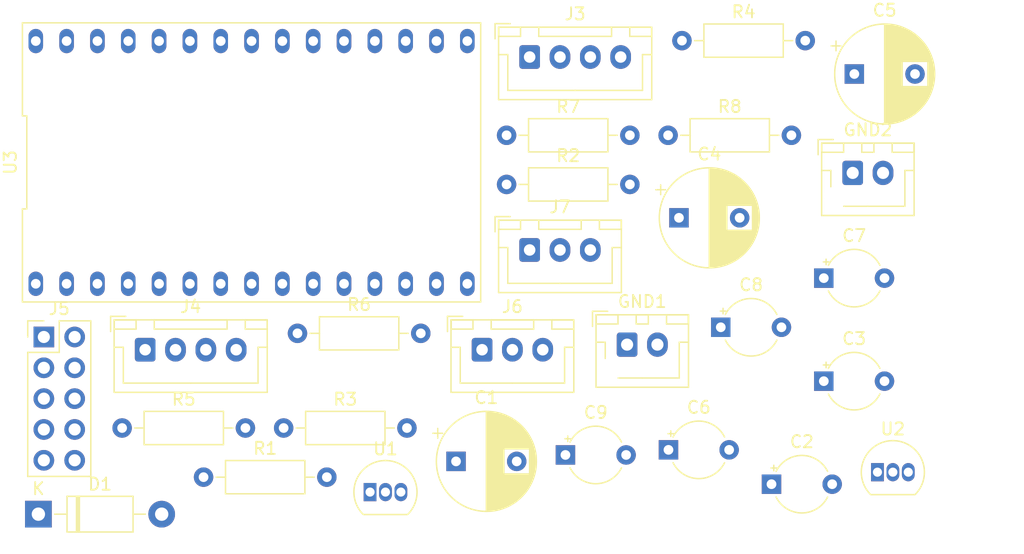
<source format=kicad_pcb>
(kicad_pcb (version 20171130) (host pcbnew "(5.1.4)-1")

  (general
    (thickness 1.6)
    (drawings 0)
    (tracks 0)
    (zones 0)
    (modules 28)
    (nets 29)
  )

  (page A4)
  (layers
    (0 F.Cu signal)
    (31 B.Cu signal)
    (32 B.Adhes user)
    (33 F.Adhes user)
    (34 B.Paste user)
    (35 F.Paste user)
    (36 B.SilkS user)
    (37 F.SilkS user)
    (38 B.Mask user)
    (39 F.Mask user)
    (40 Dwgs.User user)
    (41 Cmts.User user)
    (42 Eco1.User user)
    (43 Eco2.User user)
    (44 Edge.Cuts user)
    (45 Margin user)
    (46 B.CrtYd user)
    (47 F.CrtYd user)
    (48 B.Fab user)
    (49 F.Fab user)
  )

  (setup
    (last_trace_width 0.25)
    (trace_clearance 0.2)
    (zone_clearance 0.508)
    (zone_45_only no)
    (trace_min 0.2)
    (via_size 0.8)
    (via_drill 0.4)
    (via_min_size 0.4)
    (via_min_drill 0.3)
    (uvia_size 0.3)
    (uvia_drill 0.1)
    (uvias_allowed no)
    (uvia_min_size 0.2)
    (uvia_min_drill 0.1)
    (edge_width 0.05)
    (segment_width 0.2)
    (pcb_text_width 0.3)
    (pcb_text_size 1.5 1.5)
    (mod_edge_width 0.12)
    (mod_text_size 1 1)
    (mod_text_width 0.15)
    (pad_size 1.524 1.524)
    (pad_drill 0.762)
    (pad_to_mask_clearance 0.051)
    (solder_mask_min_width 0.25)
    (aux_axis_origin 0 0)
    (visible_elements 7FFFFFFF)
    (pcbplotparams
      (layerselection 0x010fc_ffffffff)
      (usegerberextensions false)
      (usegerberattributes false)
      (usegerberadvancedattributes false)
      (creategerberjobfile false)
      (excludeedgelayer true)
      (linewidth 0.100000)
      (plotframeref false)
      (viasonmask false)
      (mode 1)
      (useauxorigin false)
      (hpglpennumber 1)
      (hpglpenspeed 20)
      (hpglpendiameter 15.000000)
      (psnegative false)
      (psa4output false)
      (plotreference true)
      (plotvalue true)
      (plotinvisibletext false)
      (padsonsilk false)
      (subtractmaskfromsilk false)
      (outputformat 1)
      (mirror false)
      (drillshape 1)
      (scaleselection 1)
      (outputdirectory ""))
  )

  (net 0 "")
  (net 1 GND)
  (net 2 "Net-(C1-Pad1)")
  (net 3 "Net-(C3-Pad2)")
  (net 4 "Net-(C5-Pad1)")
  (net 5 "Net-(C7-Pad1)")
  (net 6 "Net-(C8-Pad2)")
  (net 7 "Net-(C9-Pad2)")
  (net 8 "Net-(J3-Pad4)")
  (net 9 "Net-(J3-Pad3)")
  (net 10 "Net-(J5-Pad9)")
  (net 11 "Net-(J5-Pad8)")
  (net 12 "Net-(J5-Pad7)")
  (net 13 "Net-(J5-Pad6)")
  (net 14 "Net-(J5-Pad5)")
  (net 15 "Net-(J5-Pad4)")
  (net 16 "Net-(J5-Pad3)")
  (net 17 "Net-(J5-Pad2)")
  (net 18 "Net-(J5-Pad1)")
  (net 19 "Net-(J6-Pad1)")
  (net 20 "Net-(J7-Pad1)")
  (net 21 "Net-(R7-Pad1)")
  (net 22 "Net-(U3-Pad14)")
  (net 23 "Net-(U3-Pad12)")
  (net 24 "Net-(U3-Pad11)")
  (net 25 "Net-(U3-Pad10)")
  (net 26 "Net-(U3-Pad5)")
  (net 27 "Net-(U3-Pad4)")
  (net 28 "Net-(U3-Pad3)")

  (net_class Default "Dies ist die voreingestellte Netzklasse."
    (clearance 0.2)
    (trace_width 0.25)
    (via_dia 0.8)
    (via_drill 0.4)
    (uvia_dia 0.3)
    (uvia_drill 0.1)
    (add_net GND)
    (add_net "Net-(C1-Pad1)")
    (add_net "Net-(C3-Pad2)")
    (add_net "Net-(C5-Pad1)")
    (add_net "Net-(C7-Pad1)")
    (add_net "Net-(C8-Pad2)")
    (add_net "Net-(C9-Pad2)")
    (add_net "Net-(J3-Pad3)")
    (add_net "Net-(J3-Pad4)")
    (add_net "Net-(J5-Pad1)")
    (add_net "Net-(J5-Pad2)")
    (add_net "Net-(J5-Pad3)")
    (add_net "Net-(J5-Pad4)")
    (add_net "Net-(J5-Pad5)")
    (add_net "Net-(J5-Pad6)")
    (add_net "Net-(J5-Pad7)")
    (add_net "Net-(J5-Pad8)")
    (add_net "Net-(J5-Pad9)")
    (add_net "Net-(J6-Pad1)")
    (add_net "Net-(J7-Pad1)")
    (add_net "Net-(R7-Pad1)")
    (add_net "Net-(U3-Pad10)")
    (add_net "Net-(U3-Pad11)")
    (add_net "Net-(U3-Pad12)")
    (add_net "Net-(U3-Pad14)")
    (add_net "Net-(U3-Pad3)")
    (add_net "Net-(U3-Pad4)")
    (add_net "Net-(U3-Pad5)")
  )

  (module PCB_ESP32:ESP32DevKit (layer F.Cu) (tedit 5D6E4CE6) (tstamp 5D6EE88D)
    (at 135.780001 3.940001)
    (path /5D72BE0C)
    (fp_text reference U3 (at -19.88 0 90) (layer F.SilkS)
      (effects (font (size 1 1) (thickness 0.15)))
    )
    (fp_text value ESP32-WROOM-32 (at 0 0) (layer F.Fab)
      (effects (font (size 1 1) (thickness 0.15)))
    )
    (fp_line (start -18.63 11.25) (end -18.63 -11.25) (layer F.CrtYd) (width 0.05))
    (fp_line (start 18.63 11.25) (end -18.63 11.25) (layer F.CrtYd) (width 0.05))
    (fp_line (start 18.63 -11.25) (end 18.63 11.25) (layer F.CrtYd) (width 0.05))
    (fp_line (start -18.63 -11.25) (end 18.63 -11.25) (layer F.CrtYd) (width 0.05))
    (fp_line (start -18.88 3.833333) (end -18.88 11.499999) (layer F.SilkS) (width 0.12))
    (fp_line (start -18.52 3.833333) (end -18.88 3.833333) (layer F.SilkS) (width 0.12))
    (fp_line (start -18.52 -3.833333) (end -18.52 3.833333) (layer F.SilkS) (width 0.12))
    (fp_line (start -18.88 -3.833333) (end -18.52 -3.833333) (layer F.SilkS) (width 0.12))
    (fp_line (start -18.88 -11.5) (end -18.88 -3.833333) (layer F.SilkS) (width 0.12))
    (fp_line (start 18.88 -11.499999) (end -18.88 -11.5) (layer F.SilkS) (width 0.12))
    (fp_line (start 18.88 11.5) (end 18.88 -11.499999) (layer F.SilkS) (width 0.12))
    (fp_line (start -18.88 11.499999) (end 18.88 11.5) (layer F.SilkS) (width 0.12))
    (pad 15 thru_hole oval (at 17.78 10) (size 1.2 2) (drill 0.8) (layers *.Cu *.Mask)
      (net 1 GND))
    (pad EN thru_hole oval (at 17.78 -10) (size 1.2 2) (drill 0.8) (layers *.Cu *.Mask))
    (pad 14 thru_hole oval (at 15.24 10) (size 1.2 2) (drill 0.8) (layers *.Cu *.Mask)
      (net 22 "Net-(U3-Pad14)"))
    (pad SENSOR_VP thru_hole oval (at 15.24 -10) (size 1.2 2) (drill 0.8) (layers *.Cu *.Mask))
    (pad 13 thru_hole oval (at 12.7 10) (size 1.2 2) (drill 0.8) (layers *.Cu *.Mask)
      (net 14 "Net-(J5-Pad5)"))
    (pad SENSOR_VN thru_hole oval (at 12.7 -10) (size 1.2 2) (drill 0.8) (layers *.Cu *.Mask))
    (pad 12 thru_hole oval (at 10.16 10) (size 1.2 2) (drill 0.8) (layers *.Cu *.Mask)
      (net 23 "Net-(U3-Pad12)"))
    (pad IO34 thru_hole oval (at 10.16 -10) (size 1.2 2) (drill 0.8) (layers *.Cu *.Mask))
    (pad 11 thru_hole oval (at 7.62 10) (size 1.2 2) (drill 0.8) (layers *.Cu *.Mask)
      (net 24 "Net-(U3-Pad11)"))
    (pad IO35 thru_hole oval (at 7.62 -10) (size 1.2 2) (drill 0.8) (layers *.Cu *.Mask))
    (pad 10 thru_hole oval (at 5.08 10) (size 1.2 2) (drill 0.8) (layers *.Cu *.Mask)
      (net 25 "Net-(U3-Pad10)"))
    (pad IO32 thru_hole oval (at 5.08 -10) (size 1.2 2) (drill 0.8) (layers *.Cu *.Mask))
    (pad 9 thru_hole oval (at 2.54 10) (size 1.2 2) (drill 0.8) (layers *.Cu *.Mask)
      (net 19 "Net-(J6-Pad1)"))
    (pad IO33 thru_hole oval (at 2.54 -10) (size 1.2 2) (drill 0.8) (layers *.Cu *.Mask))
    (pad 8 thru_hole oval (at 0 10) (size 1.2 2) (drill 0.8) (layers *.Cu *.Mask)
      (net 20 "Net-(J7-Pad1)"))
    (pad IO25 thru_hole oval (at 0 -10) (size 1.2 2) (drill 0.8) (layers *.Cu *.Mask))
    (pad 7 thru_hole oval (at -2.54 10) (size 1.2 2) (drill 0.8) (layers *.Cu *.Mask)
      (net 7 "Net-(C9-Pad2)"))
    (pad IO26 thru_hole oval (at -2.54 -10) (size 1.2 2) (drill 0.8) (layers *.Cu *.Mask))
    (pad 6 thru_hole oval (at -5.08 10) (size 1.2 2) (drill 0.8) (layers *.Cu *.Mask)
      (net 6 "Net-(C8-Pad2)"))
    (pad IO27 thru_hole oval (at -5.08 -10) (size 1.2 2) (drill 0.8) (layers *.Cu *.Mask))
    (pad 5 thru_hole oval (at -7.62 10) (size 1.2 2) (drill 0.8) (layers *.Cu *.Mask)
      (net 26 "Net-(U3-Pad5)"))
    (pad IO14 thru_hole oval (at -7.62 -10) (size 1.2 2) (drill 0.8) (layers *.Cu *.Mask))
    (pad 4 thru_hole oval (at -10.16 10) (size 1.2 2) (drill 0.8) (layers *.Cu *.Mask)
      (net 27 "Net-(U3-Pad4)"))
    (pad IO12 thru_hole oval (at -10.16 -10) (size 1.2 2) (drill 0.8) (layers *.Cu *.Mask))
    (pad 3 thru_hole oval (at -12.7 10) (size 1.2 2) (drill 0.8) (layers *.Cu *.Mask)
      (net 28 "Net-(U3-Pad3)"))
    (pad IO13 thru_hole oval (at -12.7 -10) (size 1.2 2) (drill 0.8) (layers *.Cu *.Mask))
    (pad 2 thru_hole oval (at -15.24 10) (size 1.2 2) (drill 0.8) (layers *.Cu *.Mask)
      (net 5 "Net-(C7-Pad1)"))
    (pad GND thru_hole oval (at -15.24 -10) (size 1.2 2) (drill 0.8) (layers *.Cu *.Mask))
    (pad 1 thru_hole oval (at -17.78 10) (size 1.2 2) (drill 0.8) (layers *.Cu *.Mask)
      (net 1 GND))
    (pad VIN thru_hole oval (at -17.78 -10) (size 1.2 2) (drill 0.8) (layers *.Cu *.Mask))
  )

  (module Package_TO_SOT_THT:TO-92_Inline (layer F.Cu) (tedit 5A1DD157) (tstamp 5D6EE85F)
    (at 187.355001 29.465001)
    (descr "TO-92 leads in-line, narrow, oval pads, drill 0.75mm (see NXP sot054_po.pdf)")
    (tags "to-92 sc-43 sc-43a sot54 PA33 transistor")
    (path /5D2EBE65)
    (fp_text reference U2 (at 1.27 -3.56) (layer F.SilkS)
      (effects (font (size 1 1) (thickness 0.15)))
    )
    (fp_text value "MCP1700-3302E_TO92 3.3V" (at 1.27 2.79) (layer F.Fab)
      (effects (font (size 1 1) (thickness 0.15)))
    )
    (fp_arc (start 1.27 0) (end 1.27 -2.6) (angle 135) (layer F.SilkS) (width 0.12))
    (fp_arc (start 1.27 0) (end 1.27 -2.48) (angle -135) (layer F.Fab) (width 0.1))
    (fp_arc (start 1.27 0) (end 1.27 -2.6) (angle -135) (layer F.SilkS) (width 0.12))
    (fp_arc (start 1.27 0) (end 1.27 -2.48) (angle 135) (layer F.Fab) (width 0.1))
    (fp_line (start 4 2.01) (end -1.46 2.01) (layer F.CrtYd) (width 0.05))
    (fp_line (start 4 2.01) (end 4 -2.73) (layer F.CrtYd) (width 0.05))
    (fp_line (start -1.46 -2.73) (end -1.46 2.01) (layer F.CrtYd) (width 0.05))
    (fp_line (start -1.46 -2.73) (end 4 -2.73) (layer F.CrtYd) (width 0.05))
    (fp_line (start -0.5 1.75) (end 3 1.75) (layer F.Fab) (width 0.1))
    (fp_line (start -0.53 1.85) (end 3.07 1.85) (layer F.SilkS) (width 0.12))
    (fp_text user %R (at 1.27 -3.56) (layer F.Fab)
      (effects (font (size 1 1) (thickness 0.15)))
    )
    (pad 1 thru_hole rect (at 0 0) (size 1.05 1.5) (drill 0.75) (layers *.Cu *.Mask)
      (net 1 GND))
    (pad 3 thru_hole oval (at 2.54 0) (size 1.05 1.5) (drill 0.75) (layers *.Cu *.Mask)
      (net 5 "Net-(C7-Pad1)"))
    (pad 2 thru_hole oval (at 1.27 0) (size 1.05 1.5) (drill 0.75) (layers *.Cu *.Mask)
      (net 4 "Net-(C5-Pad1)"))
    (model ${KISYS3DMOD}/Package_TO_SOT_THT.3dshapes/TO-92_Inline.wrl
      (at (xyz 0 0 0))
      (scale (xyz 1 1 1))
      (rotate (xyz 0 0 0))
    )
  )

  (module Package_TO_SOT_THT:TO-92_Inline (layer F.Cu) (tedit 5A1DD157) (tstamp 5D6EE84D)
    (at 145.545001 31.105001)
    (descr "TO-92 leads in-line, narrow, oval pads, drill 0.75mm (see NXP sot054_po.pdf)")
    (tags "to-92 sc-43 sc-43a sot54 PA33 transistor")
    (path /5D2E1AD7)
    (fp_text reference U1 (at 1.27 -3.56) (layer F.SilkS)
      (effects (font (size 1 1) (thickness 0.15)))
    )
    (fp_text value "MCP1702-5002E_TO92 5V" (at 1.27 2.79) (layer F.Fab)
      (effects (font (size 1 1) (thickness 0.15)))
    )
    (fp_arc (start 1.27 0) (end 1.27 -2.6) (angle 135) (layer F.SilkS) (width 0.12))
    (fp_arc (start 1.27 0) (end 1.27 -2.48) (angle -135) (layer F.Fab) (width 0.1))
    (fp_arc (start 1.27 0) (end 1.27 -2.6) (angle -135) (layer F.SilkS) (width 0.12))
    (fp_arc (start 1.27 0) (end 1.27 -2.48) (angle 135) (layer F.Fab) (width 0.1))
    (fp_line (start 4 2.01) (end -1.46 2.01) (layer F.CrtYd) (width 0.05))
    (fp_line (start 4 2.01) (end 4 -2.73) (layer F.CrtYd) (width 0.05))
    (fp_line (start -1.46 -2.73) (end -1.46 2.01) (layer F.CrtYd) (width 0.05))
    (fp_line (start -1.46 -2.73) (end 4 -2.73) (layer F.CrtYd) (width 0.05))
    (fp_line (start -0.5 1.75) (end 3 1.75) (layer F.Fab) (width 0.1))
    (fp_line (start -0.53 1.85) (end 3.07 1.85) (layer F.SilkS) (width 0.12))
    (fp_text user %R (at 1.27 -3.56) (layer F.Fab)
      (effects (font (size 1 1) (thickness 0.15)))
    )
    (pad 1 thru_hole rect (at 0 0) (size 1.05 1.5) (drill 0.75) (layers *.Cu *.Mask)
      (net 1 GND))
    (pad 3 thru_hole oval (at 2.54 0) (size 1.05 1.5) (drill 0.75) (layers *.Cu *.Mask)
      (net 3 "Net-(C3-Pad2)"))
    (pad 2 thru_hole oval (at 1.27 0) (size 1.05 1.5) (drill 0.75) (layers *.Cu *.Mask)
      (net 2 "Net-(C1-Pad1)"))
    (model ${KISYS3DMOD}/Package_TO_SOT_THT.3dshapes/TO-92_Inline.wrl
      (at (xyz 0 0 0))
      (scale (xyz 1 1 1))
      (rotate (xyz 0 0 0))
    )
  )

  (module Resistor_THT:R_Axial_DIN0207_L6.3mm_D2.5mm_P10.16mm_Horizontal (layer F.Cu) (tedit 5AE5139B) (tstamp 5D6EE83B)
    (at 170.105001 1.705001)
    (descr "Resistor, Axial_DIN0207 series, Axial, Horizontal, pin pitch=10.16mm, 0.25W = 1/4W, length*diameter=6.3*2.5mm^2, http://cdn-reichelt.de/documents/datenblatt/B400/1_4W%23YAG.pdf")
    (tags "Resistor Axial_DIN0207 series Axial Horizontal pin pitch 10.16mm 0.25W = 1/4W length 6.3mm diameter 2.5mm")
    (path /5D754F47)
    (fp_text reference R8 (at 5.08 -2.37) (layer F.SilkS)
      (effects (font (size 1 1) (thickness 0.15)))
    )
    (fp_text value 10M (at 5.08 2.37) (layer F.Fab)
      (effects (font (size 1 1) (thickness 0.15)))
    )
    (fp_text user %R (at 5.08 0) (layer F.Fab)
      (effects (font (size 1 1) (thickness 0.15)))
    )
    (fp_line (start 11.21 -1.5) (end -1.05 -1.5) (layer F.CrtYd) (width 0.05))
    (fp_line (start 11.21 1.5) (end 11.21 -1.5) (layer F.CrtYd) (width 0.05))
    (fp_line (start -1.05 1.5) (end 11.21 1.5) (layer F.CrtYd) (width 0.05))
    (fp_line (start -1.05 -1.5) (end -1.05 1.5) (layer F.CrtYd) (width 0.05))
    (fp_line (start 9.12 0) (end 8.35 0) (layer F.SilkS) (width 0.12))
    (fp_line (start 1.04 0) (end 1.81 0) (layer F.SilkS) (width 0.12))
    (fp_line (start 8.35 -1.37) (end 1.81 -1.37) (layer F.SilkS) (width 0.12))
    (fp_line (start 8.35 1.37) (end 8.35 -1.37) (layer F.SilkS) (width 0.12))
    (fp_line (start 1.81 1.37) (end 8.35 1.37) (layer F.SilkS) (width 0.12))
    (fp_line (start 1.81 -1.37) (end 1.81 1.37) (layer F.SilkS) (width 0.12))
    (fp_line (start 10.16 0) (end 8.23 0) (layer F.Fab) (width 0.1))
    (fp_line (start 0 0) (end 1.93 0) (layer F.Fab) (width 0.1))
    (fp_line (start 8.23 -1.25) (end 1.93 -1.25) (layer F.Fab) (width 0.1))
    (fp_line (start 8.23 1.25) (end 8.23 -1.25) (layer F.Fab) (width 0.1))
    (fp_line (start 1.93 1.25) (end 8.23 1.25) (layer F.Fab) (width 0.1))
    (fp_line (start 1.93 -1.25) (end 1.93 1.25) (layer F.Fab) (width 0.1))
    (pad 2 thru_hole oval (at 10.16 0) (size 1.6 1.6) (drill 0.8) (layers *.Cu *.Mask)
      (net 1 GND))
    (pad 1 thru_hole circle (at 0 0) (size 1.6 1.6) (drill 0.8) (layers *.Cu *.Mask)
      (net 7 "Net-(C9-Pad2)"))
    (model ${KISYS3DMOD}/Resistor_THT.3dshapes/R_Axial_DIN0207_L6.3mm_D2.5mm_P10.16mm_Horizontal.wrl
      (at (xyz 0 0 0))
      (scale (xyz 1 1 1))
      (rotate (xyz 0 0 0))
    )
  )

  (module Resistor_THT:R_Axial_DIN0207_L6.3mm_D2.5mm_P10.16mm_Horizontal (layer F.Cu) (tedit 5AE5139B) (tstamp 5D6EE824)
    (at 156.795001 1.705001)
    (descr "Resistor, Axial_DIN0207 series, Axial, Horizontal, pin pitch=10.16mm, 0.25W = 1/4W, length*diameter=6.3*2.5mm^2, http://cdn-reichelt.de/documents/datenblatt/B400/1_4W%23YAG.pdf")
    (tags "Resistor Axial_DIN0207 series Axial Horizontal pin pitch 10.16mm 0.25W = 1/4W length 6.3mm diameter 2.5mm")
    (path /5D754853)
    (fp_text reference R7 (at 5.08 -2.37) (layer F.SilkS)
      (effects (font (size 1 1) (thickness 0.15)))
    )
    (fp_text value 5M2 (at 5.08 2.37) (layer F.Fab)
      (effects (font (size 1 1) (thickness 0.15)))
    )
    (fp_text user %R (at 5.08 0) (layer F.Fab)
      (effects (font (size 1 1) (thickness 0.15)))
    )
    (fp_line (start 11.21 -1.5) (end -1.05 -1.5) (layer F.CrtYd) (width 0.05))
    (fp_line (start 11.21 1.5) (end 11.21 -1.5) (layer F.CrtYd) (width 0.05))
    (fp_line (start -1.05 1.5) (end 11.21 1.5) (layer F.CrtYd) (width 0.05))
    (fp_line (start -1.05 -1.5) (end -1.05 1.5) (layer F.CrtYd) (width 0.05))
    (fp_line (start 9.12 0) (end 8.35 0) (layer F.SilkS) (width 0.12))
    (fp_line (start 1.04 0) (end 1.81 0) (layer F.SilkS) (width 0.12))
    (fp_line (start 8.35 -1.37) (end 1.81 -1.37) (layer F.SilkS) (width 0.12))
    (fp_line (start 8.35 1.37) (end 8.35 -1.37) (layer F.SilkS) (width 0.12))
    (fp_line (start 1.81 1.37) (end 8.35 1.37) (layer F.SilkS) (width 0.12))
    (fp_line (start 1.81 -1.37) (end 1.81 1.37) (layer F.SilkS) (width 0.12))
    (fp_line (start 10.16 0) (end 8.23 0) (layer F.Fab) (width 0.1))
    (fp_line (start 0 0) (end 1.93 0) (layer F.Fab) (width 0.1))
    (fp_line (start 8.23 -1.25) (end 1.93 -1.25) (layer F.Fab) (width 0.1))
    (fp_line (start 8.23 1.25) (end 8.23 -1.25) (layer F.Fab) (width 0.1))
    (fp_line (start 1.93 1.25) (end 8.23 1.25) (layer F.Fab) (width 0.1))
    (fp_line (start 1.93 -1.25) (end 1.93 1.25) (layer F.Fab) (width 0.1))
    (pad 2 thru_hole oval (at 10.16 0) (size 1.6 1.6) (drill 0.8) (layers *.Cu *.Mask)
      (net 7 "Net-(C9-Pad2)"))
    (pad 1 thru_hole circle (at 0 0) (size 1.6 1.6) (drill 0.8) (layers *.Cu *.Mask)
      (net 21 "Net-(R7-Pad1)"))
    (model ${KISYS3DMOD}/Resistor_THT.3dshapes/R_Axial_DIN0207_L6.3mm_D2.5mm_P10.16mm_Horizontal.wrl
      (at (xyz 0 0 0))
      (scale (xyz 1 1 1))
      (rotate (xyz 0 0 0))
    )
  )

  (module Resistor_THT:R_Axial_DIN0207_L6.3mm_D2.5mm_P10.16mm_Horizontal (layer F.Cu) (tedit 5AE5139B) (tstamp 5D6EE80D)
    (at 139.565001 18.025001)
    (descr "Resistor, Axial_DIN0207 series, Axial, Horizontal, pin pitch=10.16mm, 0.25W = 1/4W, length*diameter=6.3*2.5mm^2, http://cdn-reichelt.de/documents/datenblatt/B400/1_4W%23YAG.pdf")
    (tags "Resistor Axial_DIN0207 series Axial Horizontal pin pitch 10.16mm 0.25W = 1/4W length 6.3mm diameter 2.5mm")
    (path /5D71F277)
    (fp_text reference R6 (at 5.08 -2.37) (layer F.SilkS)
      (effects (font (size 1 1) (thickness 0.15)))
    )
    (fp_text value 10M (at 5.08 2.37) (layer F.Fab)
      (effects (font (size 1 1) (thickness 0.15)))
    )
    (fp_text user %R (at 5.08 0) (layer F.Fab)
      (effects (font (size 1 1) (thickness 0.15)))
    )
    (fp_line (start 11.21 -1.5) (end -1.05 -1.5) (layer F.CrtYd) (width 0.05))
    (fp_line (start 11.21 1.5) (end 11.21 -1.5) (layer F.CrtYd) (width 0.05))
    (fp_line (start -1.05 1.5) (end 11.21 1.5) (layer F.CrtYd) (width 0.05))
    (fp_line (start -1.05 -1.5) (end -1.05 1.5) (layer F.CrtYd) (width 0.05))
    (fp_line (start 9.12 0) (end 8.35 0) (layer F.SilkS) (width 0.12))
    (fp_line (start 1.04 0) (end 1.81 0) (layer F.SilkS) (width 0.12))
    (fp_line (start 8.35 -1.37) (end 1.81 -1.37) (layer F.SilkS) (width 0.12))
    (fp_line (start 8.35 1.37) (end 8.35 -1.37) (layer F.SilkS) (width 0.12))
    (fp_line (start 1.81 1.37) (end 8.35 1.37) (layer F.SilkS) (width 0.12))
    (fp_line (start 1.81 -1.37) (end 1.81 1.37) (layer F.SilkS) (width 0.12))
    (fp_line (start 10.16 0) (end 8.23 0) (layer F.Fab) (width 0.1))
    (fp_line (start 0 0) (end 1.93 0) (layer F.Fab) (width 0.1))
    (fp_line (start 8.23 -1.25) (end 1.93 -1.25) (layer F.Fab) (width 0.1))
    (fp_line (start 8.23 1.25) (end 8.23 -1.25) (layer F.Fab) (width 0.1))
    (fp_line (start 1.93 1.25) (end 8.23 1.25) (layer F.Fab) (width 0.1))
    (fp_line (start 1.93 -1.25) (end 1.93 1.25) (layer F.Fab) (width 0.1))
    (pad 2 thru_hole oval (at 10.16 0) (size 1.6 1.6) (drill 0.8) (layers *.Cu *.Mask)
      (net 1 GND))
    (pad 1 thru_hole circle (at 0 0) (size 1.6 1.6) (drill 0.8) (layers *.Cu *.Mask)
      (net 6 "Net-(C8-Pad2)"))
    (model ${KISYS3DMOD}/Resistor_THT.3dshapes/R_Axial_DIN0207_L6.3mm_D2.5mm_P10.16mm_Horizontal.wrl
      (at (xyz 0 0 0))
      (scale (xyz 1 1 1))
      (rotate (xyz 0 0 0))
    )
  )

  (module Resistor_THT:R_Axial_DIN0207_L6.3mm_D2.5mm_P10.16mm_Horizontal (layer F.Cu) (tedit 5AE5139B) (tstamp 5D6EE7F6)
    (at 125.115001 25.825001)
    (descr "Resistor, Axial_DIN0207 series, Axial, Horizontal, pin pitch=10.16mm, 0.25W = 1/4W, length*diameter=6.3*2.5mm^2, http://cdn-reichelt.de/documents/datenblatt/B400/1_4W%23YAG.pdf")
    (tags "Resistor Axial_DIN0207 series Axial Horizontal pin pitch 10.16mm 0.25W = 1/4W length 6.3mm diameter 2.5mm")
    (path /5D71E5AF)
    (fp_text reference R5 (at 5.08 -2.37) (layer F.SilkS)
      (effects (font (size 1 1) (thickness 0.15)))
    )
    (fp_text value 20M (at 5.08 2.37) (layer F.Fab)
      (effects (font (size 1 1) (thickness 0.15)))
    )
    (fp_text user %R (at 5.08 0) (layer F.Fab)
      (effects (font (size 1 1) (thickness 0.15)))
    )
    (fp_line (start 11.21 -1.5) (end -1.05 -1.5) (layer F.CrtYd) (width 0.05))
    (fp_line (start 11.21 1.5) (end 11.21 -1.5) (layer F.CrtYd) (width 0.05))
    (fp_line (start -1.05 1.5) (end 11.21 1.5) (layer F.CrtYd) (width 0.05))
    (fp_line (start -1.05 -1.5) (end -1.05 1.5) (layer F.CrtYd) (width 0.05))
    (fp_line (start 9.12 0) (end 8.35 0) (layer F.SilkS) (width 0.12))
    (fp_line (start 1.04 0) (end 1.81 0) (layer F.SilkS) (width 0.12))
    (fp_line (start 8.35 -1.37) (end 1.81 -1.37) (layer F.SilkS) (width 0.12))
    (fp_line (start 8.35 1.37) (end 8.35 -1.37) (layer F.SilkS) (width 0.12))
    (fp_line (start 1.81 1.37) (end 8.35 1.37) (layer F.SilkS) (width 0.12))
    (fp_line (start 1.81 -1.37) (end 1.81 1.37) (layer F.SilkS) (width 0.12))
    (fp_line (start 10.16 0) (end 8.23 0) (layer F.Fab) (width 0.1))
    (fp_line (start 0 0) (end 1.93 0) (layer F.Fab) (width 0.1))
    (fp_line (start 8.23 -1.25) (end 1.93 -1.25) (layer F.Fab) (width 0.1))
    (fp_line (start 8.23 1.25) (end 8.23 -1.25) (layer F.Fab) (width 0.1))
    (fp_line (start 1.93 1.25) (end 8.23 1.25) (layer F.Fab) (width 0.1))
    (fp_line (start 1.93 -1.25) (end 1.93 1.25) (layer F.Fab) (width 0.1))
    (pad 2 thru_hole oval (at 10.16 0) (size 1.6 1.6) (drill 0.8) (layers *.Cu *.Mask)
      (net 6 "Net-(C8-Pad2)"))
    (pad 1 thru_hole circle (at 0 0) (size 1.6 1.6) (drill 0.8) (layers *.Cu *.Mask)
      (net 2 "Net-(C1-Pad1)"))
    (model ${KISYS3DMOD}/Resistor_THT.3dshapes/R_Axial_DIN0207_L6.3mm_D2.5mm_P10.16mm_Horizontal.wrl
      (at (xyz 0 0 0))
      (scale (xyz 1 1 1))
      (rotate (xyz 0 0 0))
    )
  )

  (module Resistor_THT:R_Axial_DIN0207_L6.3mm_D2.5mm_P10.16mm_Horizontal (layer F.Cu) (tedit 5AE5139B) (tstamp 5D6EE7DF)
    (at 171.245001 -6.094999)
    (descr "Resistor, Axial_DIN0207 series, Axial, Horizontal, pin pitch=10.16mm, 0.25W = 1/4W, length*diameter=6.3*2.5mm^2, http://cdn-reichelt.de/documents/datenblatt/B400/1_4W%23YAG.pdf")
    (tags "Resistor Axial_DIN0207 series Axial Horizontal pin pitch 10.16mm 0.25W = 1/4W length 6.3mm diameter 2.5mm")
    (path /5D8B6143)
    (fp_text reference R4 (at 5.08 -2.37) (layer F.SilkS)
      (effects (font (size 1 1) (thickness 0.15)))
    )
    (fp_text value R (at 5.08 2.37) (layer F.Fab)
      (effects (font (size 1 1) (thickness 0.15)))
    )
    (fp_text user %R (at 5.08 0) (layer F.Fab)
      (effects (font (size 1 1) (thickness 0.15)))
    )
    (fp_line (start 11.21 -1.5) (end -1.05 -1.5) (layer F.CrtYd) (width 0.05))
    (fp_line (start 11.21 1.5) (end 11.21 -1.5) (layer F.CrtYd) (width 0.05))
    (fp_line (start -1.05 1.5) (end 11.21 1.5) (layer F.CrtYd) (width 0.05))
    (fp_line (start -1.05 -1.5) (end -1.05 1.5) (layer F.CrtYd) (width 0.05))
    (fp_line (start 9.12 0) (end 8.35 0) (layer F.SilkS) (width 0.12))
    (fp_line (start 1.04 0) (end 1.81 0) (layer F.SilkS) (width 0.12))
    (fp_line (start 8.35 -1.37) (end 1.81 -1.37) (layer F.SilkS) (width 0.12))
    (fp_line (start 8.35 1.37) (end 8.35 -1.37) (layer F.SilkS) (width 0.12))
    (fp_line (start 1.81 1.37) (end 8.35 1.37) (layer F.SilkS) (width 0.12))
    (fp_line (start 1.81 -1.37) (end 1.81 1.37) (layer F.SilkS) (width 0.12))
    (fp_line (start 10.16 0) (end 8.23 0) (layer F.Fab) (width 0.1))
    (fp_line (start 0 0) (end 1.93 0) (layer F.Fab) (width 0.1))
    (fp_line (start 8.23 -1.25) (end 1.93 -1.25) (layer F.Fab) (width 0.1))
    (fp_line (start 8.23 1.25) (end 8.23 -1.25) (layer F.Fab) (width 0.1))
    (fp_line (start 1.93 1.25) (end 8.23 1.25) (layer F.Fab) (width 0.1))
    (fp_line (start 1.93 -1.25) (end 1.93 1.25) (layer F.Fab) (width 0.1))
    (pad 2 thru_hole oval (at 10.16 0) (size 1.6 1.6) (drill 0.8) (layers *.Cu *.Mask)
      (net 20 "Net-(J7-Pad1)"))
    (pad 1 thru_hole circle (at 0 0) (size 1.6 1.6) (drill 0.8) (layers *.Cu *.Mask)
      (net 5 "Net-(C7-Pad1)"))
    (model ${KISYS3DMOD}/Resistor_THT.3dshapes/R_Axial_DIN0207_L6.3mm_D2.5mm_P10.16mm_Horizontal.wrl
      (at (xyz 0 0 0))
      (scale (xyz 1 1 1))
      (rotate (xyz 0 0 0))
    )
  )

  (module Resistor_THT:R_Axial_DIN0207_L6.3mm_D2.5mm_P10.16mm_Horizontal (layer F.Cu) (tedit 5AE5139B) (tstamp 5D6EE7C8)
    (at 138.425001 25.825001)
    (descr "Resistor, Axial_DIN0207 series, Axial, Horizontal, pin pitch=10.16mm, 0.25W = 1/4W, length*diameter=6.3*2.5mm^2, http://cdn-reichelt.de/documents/datenblatt/B400/1_4W%23YAG.pdf")
    (tags "Resistor Axial_DIN0207 series Axial Horizontal pin pitch 10.16mm 0.25W = 1/4W length 6.3mm diameter 2.5mm")
    (path /5D8AE9D1)
    (fp_text reference R3 (at 5.08 -2.37) (layer F.SilkS)
      (effects (font (size 1 1) (thickness 0.15)))
    )
    (fp_text value R (at 5.08 2.37) (layer F.Fab)
      (effects (font (size 1 1) (thickness 0.15)))
    )
    (fp_text user %R (at 5.08 0) (layer F.Fab)
      (effects (font (size 1 1) (thickness 0.15)))
    )
    (fp_line (start 11.21 -1.5) (end -1.05 -1.5) (layer F.CrtYd) (width 0.05))
    (fp_line (start 11.21 1.5) (end 11.21 -1.5) (layer F.CrtYd) (width 0.05))
    (fp_line (start -1.05 1.5) (end 11.21 1.5) (layer F.CrtYd) (width 0.05))
    (fp_line (start -1.05 -1.5) (end -1.05 1.5) (layer F.CrtYd) (width 0.05))
    (fp_line (start 9.12 0) (end 8.35 0) (layer F.SilkS) (width 0.12))
    (fp_line (start 1.04 0) (end 1.81 0) (layer F.SilkS) (width 0.12))
    (fp_line (start 8.35 -1.37) (end 1.81 -1.37) (layer F.SilkS) (width 0.12))
    (fp_line (start 8.35 1.37) (end 8.35 -1.37) (layer F.SilkS) (width 0.12))
    (fp_line (start 1.81 1.37) (end 8.35 1.37) (layer F.SilkS) (width 0.12))
    (fp_line (start 1.81 -1.37) (end 1.81 1.37) (layer F.SilkS) (width 0.12))
    (fp_line (start 10.16 0) (end 8.23 0) (layer F.Fab) (width 0.1))
    (fp_line (start 0 0) (end 1.93 0) (layer F.Fab) (width 0.1))
    (fp_line (start 8.23 -1.25) (end 1.93 -1.25) (layer F.Fab) (width 0.1))
    (fp_line (start 8.23 1.25) (end 8.23 -1.25) (layer F.Fab) (width 0.1))
    (fp_line (start 1.93 1.25) (end 8.23 1.25) (layer F.Fab) (width 0.1))
    (fp_line (start 1.93 -1.25) (end 1.93 1.25) (layer F.Fab) (width 0.1))
    (pad 2 thru_hole oval (at 10.16 0) (size 1.6 1.6) (drill 0.8) (layers *.Cu *.Mask)
      (net 19 "Net-(J6-Pad1)"))
    (pad 1 thru_hole circle (at 0 0) (size 1.6 1.6) (drill 0.8) (layers *.Cu *.Mask)
      (net 5 "Net-(C7-Pad1)"))
    (model ${KISYS3DMOD}/Resistor_THT.3dshapes/R_Axial_DIN0207_L6.3mm_D2.5mm_P10.16mm_Horizontal.wrl
      (at (xyz 0 0 0))
      (scale (xyz 1 1 1))
      (rotate (xyz 0 0 0))
    )
  )

  (module Resistor_THT:R_Axial_DIN0207_L6.3mm_D2.5mm_P10.16mm_Horizontal (layer F.Cu) (tedit 5AE5139B) (tstamp 5D6EE7B1)
    (at 156.795001 5.755001)
    (descr "Resistor, Axial_DIN0207 series, Axial, Horizontal, pin pitch=10.16mm, 0.25W = 1/4W, length*diameter=6.3*2.5mm^2, http://cdn-reichelt.de/documents/datenblatt/B400/1_4W%23YAG.pdf")
    (tags "Resistor Axial_DIN0207 series Axial Horizontal pin pitch 10.16mm 0.25W = 1/4W length 6.3mm diameter 2.5mm")
    (path /5D75241E)
    (fp_text reference R2 (at 5.08 -2.37) (layer F.SilkS)
      (effects (font (size 1 1) (thickness 0.15)))
    )
    (fp_text value 4k7 (at 5.08 2.37) (layer F.Fab)
      (effects (font (size 1 1) (thickness 0.15)))
    )
    (fp_text user %R (at 5.08 0) (layer F.Fab)
      (effects (font (size 1 1) (thickness 0.15)))
    )
    (fp_line (start 11.21 -1.5) (end -1.05 -1.5) (layer F.CrtYd) (width 0.05))
    (fp_line (start 11.21 1.5) (end 11.21 -1.5) (layer F.CrtYd) (width 0.05))
    (fp_line (start -1.05 1.5) (end 11.21 1.5) (layer F.CrtYd) (width 0.05))
    (fp_line (start -1.05 -1.5) (end -1.05 1.5) (layer F.CrtYd) (width 0.05))
    (fp_line (start 9.12 0) (end 8.35 0) (layer F.SilkS) (width 0.12))
    (fp_line (start 1.04 0) (end 1.81 0) (layer F.SilkS) (width 0.12))
    (fp_line (start 8.35 -1.37) (end 1.81 -1.37) (layer F.SilkS) (width 0.12))
    (fp_line (start 8.35 1.37) (end 8.35 -1.37) (layer F.SilkS) (width 0.12))
    (fp_line (start 1.81 1.37) (end 8.35 1.37) (layer F.SilkS) (width 0.12))
    (fp_line (start 1.81 -1.37) (end 1.81 1.37) (layer F.SilkS) (width 0.12))
    (fp_line (start 10.16 0) (end 8.23 0) (layer F.Fab) (width 0.1))
    (fp_line (start 0 0) (end 1.93 0) (layer F.Fab) (width 0.1))
    (fp_line (start 8.23 -1.25) (end 1.93 -1.25) (layer F.Fab) (width 0.1))
    (fp_line (start 8.23 1.25) (end 8.23 -1.25) (layer F.Fab) (width 0.1))
    (fp_line (start 1.93 1.25) (end 8.23 1.25) (layer F.Fab) (width 0.1))
    (fp_line (start 1.93 -1.25) (end 1.93 1.25) (layer F.Fab) (width 0.1))
    (pad 2 thru_hole oval (at 10.16 0) (size 1.6 1.6) (drill 0.8) (layers *.Cu *.Mask)
      (net 8 "Net-(J3-Pad4)"))
    (pad 1 thru_hole circle (at 0 0) (size 1.6 1.6) (drill 0.8) (layers *.Cu *.Mask)
      (net 5 "Net-(C7-Pad1)"))
    (model ${KISYS3DMOD}/Resistor_THT.3dshapes/R_Axial_DIN0207_L6.3mm_D2.5mm_P10.16mm_Horizontal.wrl
      (at (xyz 0 0 0))
      (scale (xyz 1 1 1))
      (rotate (xyz 0 0 0))
    )
  )

  (module Resistor_THT:R_Axial_DIN0207_L6.3mm_D2.5mm_P10.16mm_Horizontal (layer F.Cu) (tedit 5AE5139B) (tstamp 5D6EE79A)
    (at 131.825001 29.875001)
    (descr "Resistor, Axial_DIN0207 series, Axial, Horizontal, pin pitch=10.16mm, 0.25W = 1/4W, length*diameter=6.3*2.5mm^2, http://cdn-reichelt.de/documents/datenblatt/B400/1_4W%23YAG.pdf")
    (tags "Resistor Axial_DIN0207 series Axial Horizontal pin pitch 10.16mm 0.25W = 1/4W length 6.3mm diameter 2.5mm")
    (path /5D751D01)
    (fp_text reference R1 (at 5.08 -2.37) (layer F.SilkS)
      (effects (font (size 1 1) (thickness 0.15)))
    )
    (fp_text value 4k7 (at 5.08 2.37) (layer F.Fab)
      (effects (font (size 1 1) (thickness 0.15)))
    )
    (fp_text user %R (at 5.08 0) (layer F.Fab)
      (effects (font (size 1 1) (thickness 0.15)))
    )
    (fp_line (start 11.21 -1.5) (end -1.05 -1.5) (layer F.CrtYd) (width 0.05))
    (fp_line (start 11.21 1.5) (end 11.21 -1.5) (layer F.CrtYd) (width 0.05))
    (fp_line (start -1.05 1.5) (end 11.21 1.5) (layer F.CrtYd) (width 0.05))
    (fp_line (start -1.05 -1.5) (end -1.05 1.5) (layer F.CrtYd) (width 0.05))
    (fp_line (start 9.12 0) (end 8.35 0) (layer F.SilkS) (width 0.12))
    (fp_line (start 1.04 0) (end 1.81 0) (layer F.SilkS) (width 0.12))
    (fp_line (start 8.35 -1.37) (end 1.81 -1.37) (layer F.SilkS) (width 0.12))
    (fp_line (start 8.35 1.37) (end 8.35 -1.37) (layer F.SilkS) (width 0.12))
    (fp_line (start 1.81 1.37) (end 8.35 1.37) (layer F.SilkS) (width 0.12))
    (fp_line (start 1.81 -1.37) (end 1.81 1.37) (layer F.SilkS) (width 0.12))
    (fp_line (start 10.16 0) (end 8.23 0) (layer F.Fab) (width 0.1))
    (fp_line (start 0 0) (end 1.93 0) (layer F.Fab) (width 0.1))
    (fp_line (start 8.23 -1.25) (end 1.93 -1.25) (layer F.Fab) (width 0.1))
    (fp_line (start 8.23 1.25) (end 8.23 -1.25) (layer F.Fab) (width 0.1))
    (fp_line (start 1.93 1.25) (end 8.23 1.25) (layer F.Fab) (width 0.1))
    (fp_line (start 1.93 -1.25) (end 1.93 1.25) (layer F.Fab) (width 0.1))
    (pad 2 thru_hole oval (at 10.16 0) (size 1.6 1.6) (drill 0.8) (layers *.Cu *.Mask)
      (net 9 "Net-(J3-Pad3)"))
    (pad 1 thru_hole circle (at 0 0) (size 1.6 1.6) (drill 0.8) (layers *.Cu *.Mask)
      (net 5 "Net-(C7-Pad1)"))
    (model ${KISYS3DMOD}/Resistor_THT.3dshapes/R_Axial_DIN0207_L6.3mm_D2.5mm_P10.16mm_Horizontal.wrl
      (at (xyz 0 0 0))
      (scale (xyz 1 1 1))
      (rotate (xyz 0 0 0))
    )
  )

  (module Connector_JST:JST_XH_B3B-XH-A_1x03_P2.50mm_Vertical (layer F.Cu) (tedit 5C28146C) (tstamp 5D6EE783)
    (at 158.695001 11.155001)
    (descr "JST XH series connector, B3B-XH-A (http://www.jst-mfg.com/product/pdf/eng/eXH.pdf), generated with kicad-footprint-generator")
    (tags "connector JST XH vertical")
    (path /5D7FF009)
    (fp_text reference J7 (at 2.5 -3.55) (layer F.SilkS)
      (effects (font (size 1 1) (thickness 0.15)))
    )
    (fp_text value Rain (at 2.5 4.6) (layer F.Fab)
      (effects (font (size 1 1) (thickness 0.15)))
    )
    (fp_text user %R (at 2.5 2.7) (layer F.Fab)
      (effects (font (size 1 1) (thickness 0.15)))
    )
    (fp_line (start -2.85 -2.75) (end -2.85 -1.5) (layer F.SilkS) (width 0.12))
    (fp_line (start -1.6 -2.75) (end -2.85 -2.75) (layer F.SilkS) (width 0.12))
    (fp_line (start 6.8 2.75) (end 2.5 2.75) (layer F.SilkS) (width 0.12))
    (fp_line (start 6.8 -0.2) (end 6.8 2.75) (layer F.SilkS) (width 0.12))
    (fp_line (start 7.55 -0.2) (end 6.8 -0.2) (layer F.SilkS) (width 0.12))
    (fp_line (start -1.8 2.75) (end 2.5 2.75) (layer F.SilkS) (width 0.12))
    (fp_line (start -1.8 -0.2) (end -1.8 2.75) (layer F.SilkS) (width 0.12))
    (fp_line (start -2.55 -0.2) (end -1.8 -0.2) (layer F.SilkS) (width 0.12))
    (fp_line (start 7.55 -2.45) (end 5.75 -2.45) (layer F.SilkS) (width 0.12))
    (fp_line (start 7.55 -1.7) (end 7.55 -2.45) (layer F.SilkS) (width 0.12))
    (fp_line (start 5.75 -1.7) (end 7.55 -1.7) (layer F.SilkS) (width 0.12))
    (fp_line (start 5.75 -2.45) (end 5.75 -1.7) (layer F.SilkS) (width 0.12))
    (fp_line (start -0.75 -2.45) (end -2.55 -2.45) (layer F.SilkS) (width 0.12))
    (fp_line (start -0.75 -1.7) (end -0.75 -2.45) (layer F.SilkS) (width 0.12))
    (fp_line (start -2.55 -1.7) (end -0.75 -1.7) (layer F.SilkS) (width 0.12))
    (fp_line (start -2.55 -2.45) (end -2.55 -1.7) (layer F.SilkS) (width 0.12))
    (fp_line (start 4.25 -2.45) (end 0.75 -2.45) (layer F.SilkS) (width 0.12))
    (fp_line (start 4.25 -1.7) (end 4.25 -2.45) (layer F.SilkS) (width 0.12))
    (fp_line (start 0.75 -1.7) (end 4.25 -1.7) (layer F.SilkS) (width 0.12))
    (fp_line (start 0.75 -2.45) (end 0.75 -1.7) (layer F.SilkS) (width 0.12))
    (fp_line (start 0 -1.35) (end 0.625 -2.35) (layer F.Fab) (width 0.1))
    (fp_line (start -0.625 -2.35) (end 0 -1.35) (layer F.Fab) (width 0.1))
    (fp_line (start 7.95 -2.85) (end -2.95 -2.85) (layer F.CrtYd) (width 0.05))
    (fp_line (start 7.95 3.9) (end 7.95 -2.85) (layer F.CrtYd) (width 0.05))
    (fp_line (start -2.95 3.9) (end 7.95 3.9) (layer F.CrtYd) (width 0.05))
    (fp_line (start -2.95 -2.85) (end -2.95 3.9) (layer F.CrtYd) (width 0.05))
    (fp_line (start 7.56 -2.46) (end -2.56 -2.46) (layer F.SilkS) (width 0.12))
    (fp_line (start 7.56 3.51) (end 7.56 -2.46) (layer F.SilkS) (width 0.12))
    (fp_line (start -2.56 3.51) (end 7.56 3.51) (layer F.SilkS) (width 0.12))
    (fp_line (start -2.56 -2.46) (end -2.56 3.51) (layer F.SilkS) (width 0.12))
    (fp_line (start 7.45 -2.35) (end -2.45 -2.35) (layer F.Fab) (width 0.1))
    (fp_line (start 7.45 3.4) (end 7.45 -2.35) (layer F.Fab) (width 0.1))
    (fp_line (start -2.45 3.4) (end 7.45 3.4) (layer F.Fab) (width 0.1))
    (fp_line (start -2.45 -2.35) (end -2.45 3.4) (layer F.Fab) (width 0.1))
    (pad 3 thru_hole oval (at 5 0) (size 1.7 1.95) (drill 0.95) (layers *.Cu *.Mask)
      (net 5 "Net-(C7-Pad1)"))
    (pad 2 thru_hole oval (at 2.5 0) (size 1.7 1.95) (drill 0.95) (layers *.Cu *.Mask)
      (net 1 GND))
    (pad 1 thru_hole roundrect (at 0 0) (size 1.7 1.95) (drill 0.95) (layers *.Cu *.Mask) (roundrect_rratio 0.147059)
      (net 20 "Net-(J7-Pad1)"))
    (model ${KISYS3DMOD}/Connector_JST.3dshapes/JST_XH_B3B-XH-A_1x03_P2.50mm_Vertical.wrl
      (at (xyz 0 0 0))
      (scale (xyz 1 1 1))
      (rotate (xyz 0 0 0))
    )
  )

  (module Connector_JST:JST_XH_B3B-XH-A_1x03_P2.50mm_Vertical (layer F.Cu) (tedit 5C28146C) (tstamp 5D6EE759)
    (at 154.775001 19.375001)
    (descr "JST XH series connector, B3B-XH-A (http://www.jst-mfg.com/product/pdf/eng/eXH.pdf), generated with kicad-footprint-generator")
    (tags "connector JST XH vertical")
    (path /5D7F86E8)
    (fp_text reference J6 (at 2.5 -3.55) (layer F.SilkS)
      (effects (font (size 1 1) (thickness 0.15)))
    )
    (fp_text value WindSpeed (at 2.5 4.6) (layer F.Fab)
      (effects (font (size 1 1) (thickness 0.15)))
    )
    (fp_text user %R (at 2.5 2.7) (layer F.Fab)
      (effects (font (size 1 1) (thickness 0.15)))
    )
    (fp_line (start -2.85 -2.75) (end -2.85 -1.5) (layer F.SilkS) (width 0.12))
    (fp_line (start -1.6 -2.75) (end -2.85 -2.75) (layer F.SilkS) (width 0.12))
    (fp_line (start 6.8 2.75) (end 2.5 2.75) (layer F.SilkS) (width 0.12))
    (fp_line (start 6.8 -0.2) (end 6.8 2.75) (layer F.SilkS) (width 0.12))
    (fp_line (start 7.55 -0.2) (end 6.8 -0.2) (layer F.SilkS) (width 0.12))
    (fp_line (start -1.8 2.75) (end 2.5 2.75) (layer F.SilkS) (width 0.12))
    (fp_line (start -1.8 -0.2) (end -1.8 2.75) (layer F.SilkS) (width 0.12))
    (fp_line (start -2.55 -0.2) (end -1.8 -0.2) (layer F.SilkS) (width 0.12))
    (fp_line (start 7.55 -2.45) (end 5.75 -2.45) (layer F.SilkS) (width 0.12))
    (fp_line (start 7.55 -1.7) (end 7.55 -2.45) (layer F.SilkS) (width 0.12))
    (fp_line (start 5.75 -1.7) (end 7.55 -1.7) (layer F.SilkS) (width 0.12))
    (fp_line (start 5.75 -2.45) (end 5.75 -1.7) (layer F.SilkS) (width 0.12))
    (fp_line (start -0.75 -2.45) (end -2.55 -2.45) (layer F.SilkS) (width 0.12))
    (fp_line (start -0.75 -1.7) (end -0.75 -2.45) (layer F.SilkS) (width 0.12))
    (fp_line (start -2.55 -1.7) (end -0.75 -1.7) (layer F.SilkS) (width 0.12))
    (fp_line (start -2.55 -2.45) (end -2.55 -1.7) (layer F.SilkS) (width 0.12))
    (fp_line (start 4.25 -2.45) (end 0.75 -2.45) (layer F.SilkS) (width 0.12))
    (fp_line (start 4.25 -1.7) (end 4.25 -2.45) (layer F.SilkS) (width 0.12))
    (fp_line (start 0.75 -1.7) (end 4.25 -1.7) (layer F.SilkS) (width 0.12))
    (fp_line (start 0.75 -2.45) (end 0.75 -1.7) (layer F.SilkS) (width 0.12))
    (fp_line (start 0 -1.35) (end 0.625 -2.35) (layer F.Fab) (width 0.1))
    (fp_line (start -0.625 -2.35) (end 0 -1.35) (layer F.Fab) (width 0.1))
    (fp_line (start 7.95 -2.85) (end -2.95 -2.85) (layer F.CrtYd) (width 0.05))
    (fp_line (start 7.95 3.9) (end 7.95 -2.85) (layer F.CrtYd) (width 0.05))
    (fp_line (start -2.95 3.9) (end 7.95 3.9) (layer F.CrtYd) (width 0.05))
    (fp_line (start -2.95 -2.85) (end -2.95 3.9) (layer F.CrtYd) (width 0.05))
    (fp_line (start 7.56 -2.46) (end -2.56 -2.46) (layer F.SilkS) (width 0.12))
    (fp_line (start 7.56 3.51) (end 7.56 -2.46) (layer F.SilkS) (width 0.12))
    (fp_line (start -2.56 3.51) (end 7.56 3.51) (layer F.SilkS) (width 0.12))
    (fp_line (start -2.56 -2.46) (end -2.56 3.51) (layer F.SilkS) (width 0.12))
    (fp_line (start 7.45 -2.35) (end -2.45 -2.35) (layer F.Fab) (width 0.1))
    (fp_line (start 7.45 3.4) (end 7.45 -2.35) (layer F.Fab) (width 0.1))
    (fp_line (start -2.45 3.4) (end 7.45 3.4) (layer F.Fab) (width 0.1))
    (fp_line (start -2.45 -2.35) (end -2.45 3.4) (layer F.Fab) (width 0.1))
    (pad 3 thru_hole oval (at 5 0) (size 1.7 1.95) (drill 0.95) (layers *.Cu *.Mask)
      (net 5 "Net-(C7-Pad1)"))
    (pad 2 thru_hole oval (at 2.5 0) (size 1.7 1.95) (drill 0.95) (layers *.Cu *.Mask)
      (net 1 GND))
    (pad 1 thru_hole roundrect (at 0 0) (size 1.7 1.95) (drill 0.95) (layers *.Cu *.Mask) (roundrect_rratio 0.147059)
      (net 19 "Net-(J6-Pad1)"))
    (model ${KISYS3DMOD}/Connector_JST.3dshapes/JST_XH_B3B-XH-A_1x03_P2.50mm_Vertical.wrl
      (at (xyz 0 0 0))
      (scale (xyz 1 1 1))
      (rotate (xyz 0 0 0))
    )
  )

  (module Connector_PinHeader_2.54mm:PinHeader_2x05_P2.54mm_Vertical (layer F.Cu) (tedit 59FED5CC) (tstamp 5D6EE72F)
    (at 118.665001 18.325001)
    (descr "Through hole straight pin header, 2x05, 2.54mm pitch, double rows")
    (tags "Through hole pin header THT 2x05 2.54mm double row")
    (path /5D787C03)
    (fp_text reference J5 (at 1.27 -2.33) (layer F.SilkS)
      (effects (font (size 1 1) (thickness 0.15)))
    )
    (fp_text value WindVane (at 1.27 12.49) (layer F.Fab)
      (effects (font (size 1 1) (thickness 0.15)))
    )
    (fp_text user %R (at 1.27 5.08 90) (layer F.Fab)
      (effects (font (size 1 1) (thickness 0.15)))
    )
    (fp_line (start 4.35 -1.8) (end -1.8 -1.8) (layer F.CrtYd) (width 0.05))
    (fp_line (start 4.35 11.95) (end 4.35 -1.8) (layer F.CrtYd) (width 0.05))
    (fp_line (start -1.8 11.95) (end 4.35 11.95) (layer F.CrtYd) (width 0.05))
    (fp_line (start -1.8 -1.8) (end -1.8 11.95) (layer F.CrtYd) (width 0.05))
    (fp_line (start -1.33 -1.33) (end 0 -1.33) (layer F.SilkS) (width 0.12))
    (fp_line (start -1.33 0) (end -1.33 -1.33) (layer F.SilkS) (width 0.12))
    (fp_line (start 1.27 -1.33) (end 3.87 -1.33) (layer F.SilkS) (width 0.12))
    (fp_line (start 1.27 1.27) (end 1.27 -1.33) (layer F.SilkS) (width 0.12))
    (fp_line (start -1.33 1.27) (end 1.27 1.27) (layer F.SilkS) (width 0.12))
    (fp_line (start 3.87 -1.33) (end 3.87 11.49) (layer F.SilkS) (width 0.12))
    (fp_line (start -1.33 1.27) (end -1.33 11.49) (layer F.SilkS) (width 0.12))
    (fp_line (start -1.33 11.49) (end 3.87 11.49) (layer F.SilkS) (width 0.12))
    (fp_line (start -1.27 0) (end 0 -1.27) (layer F.Fab) (width 0.1))
    (fp_line (start -1.27 11.43) (end -1.27 0) (layer F.Fab) (width 0.1))
    (fp_line (start 3.81 11.43) (end -1.27 11.43) (layer F.Fab) (width 0.1))
    (fp_line (start 3.81 -1.27) (end 3.81 11.43) (layer F.Fab) (width 0.1))
    (fp_line (start 0 -1.27) (end 3.81 -1.27) (layer F.Fab) (width 0.1))
    (pad 10 thru_hole oval (at 2.54 10.16) (size 1.7 1.7) (drill 1) (layers *.Cu *.Mask)
      (net 1 GND))
    (pad 9 thru_hole oval (at 0 10.16) (size 1.7 1.7) (drill 1) (layers *.Cu *.Mask)
      (net 10 "Net-(J5-Pad9)"))
    (pad 8 thru_hole oval (at 2.54 7.62) (size 1.7 1.7) (drill 1) (layers *.Cu *.Mask)
      (net 11 "Net-(J5-Pad8)"))
    (pad 7 thru_hole oval (at 0 7.62) (size 1.7 1.7) (drill 1) (layers *.Cu *.Mask)
      (net 12 "Net-(J5-Pad7)"))
    (pad 6 thru_hole oval (at 2.54 5.08) (size 1.7 1.7) (drill 1) (layers *.Cu *.Mask)
      (net 13 "Net-(J5-Pad6)"))
    (pad 5 thru_hole oval (at 0 5.08) (size 1.7 1.7) (drill 1) (layers *.Cu *.Mask)
      (net 14 "Net-(J5-Pad5)"))
    (pad 4 thru_hole oval (at 2.54 2.54) (size 1.7 1.7) (drill 1) (layers *.Cu *.Mask)
      (net 15 "Net-(J5-Pad4)"))
    (pad 3 thru_hole oval (at 0 2.54) (size 1.7 1.7) (drill 1) (layers *.Cu *.Mask)
      (net 16 "Net-(J5-Pad3)"))
    (pad 2 thru_hole oval (at 2.54 0) (size 1.7 1.7) (drill 1) (layers *.Cu *.Mask)
      (net 17 "Net-(J5-Pad2)"))
    (pad 1 thru_hole rect (at 0 0) (size 1.7 1.7) (drill 1) (layers *.Cu *.Mask)
      (net 18 "Net-(J5-Pad1)"))
    (model ${KISYS3DMOD}/Connector_PinHeader_2.54mm.3dshapes/PinHeader_2x05_P2.54mm_Vertical.wrl
      (at (xyz 0 0 0))
      (scale (xyz 1 1 1))
      (rotate (xyz 0 0 0))
    )
  )

  (module Connector_JST:JST_XH_B4B-XH-A_1x04_P2.50mm_Vertical (layer F.Cu) (tedit 5C28146C) (tstamp 5D6EE70F)
    (at 127.015001 19.375001)
    (descr "JST XH series connector, B4B-XH-A (http://www.jst-mfg.com/product/pdf/eng/eXH.pdf), generated with kicad-footprint-generator")
    (tags "connector JST XH vertical")
    (path /5D788CED)
    (fp_text reference J4 (at 3.75 -3.55) (layer F.SilkS)
      (effects (font (size 1 1) (thickness 0.15)))
    )
    (fp_text value I2C (at 3.75 4.6) (layer F.Fab)
      (effects (font (size 1 1) (thickness 0.15)))
    )
    (fp_text user %R (at 3.75 2.7) (layer F.Fab)
      (effects (font (size 1 1) (thickness 0.15)))
    )
    (fp_line (start -2.85 -2.75) (end -2.85 -1.5) (layer F.SilkS) (width 0.12))
    (fp_line (start -1.6 -2.75) (end -2.85 -2.75) (layer F.SilkS) (width 0.12))
    (fp_line (start 9.3 2.75) (end 3.75 2.75) (layer F.SilkS) (width 0.12))
    (fp_line (start 9.3 -0.2) (end 9.3 2.75) (layer F.SilkS) (width 0.12))
    (fp_line (start 10.05 -0.2) (end 9.3 -0.2) (layer F.SilkS) (width 0.12))
    (fp_line (start -1.8 2.75) (end 3.75 2.75) (layer F.SilkS) (width 0.12))
    (fp_line (start -1.8 -0.2) (end -1.8 2.75) (layer F.SilkS) (width 0.12))
    (fp_line (start -2.55 -0.2) (end -1.8 -0.2) (layer F.SilkS) (width 0.12))
    (fp_line (start 10.05 -2.45) (end 8.25 -2.45) (layer F.SilkS) (width 0.12))
    (fp_line (start 10.05 -1.7) (end 10.05 -2.45) (layer F.SilkS) (width 0.12))
    (fp_line (start 8.25 -1.7) (end 10.05 -1.7) (layer F.SilkS) (width 0.12))
    (fp_line (start 8.25 -2.45) (end 8.25 -1.7) (layer F.SilkS) (width 0.12))
    (fp_line (start -0.75 -2.45) (end -2.55 -2.45) (layer F.SilkS) (width 0.12))
    (fp_line (start -0.75 -1.7) (end -0.75 -2.45) (layer F.SilkS) (width 0.12))
    (fp_line (start -2.55 -1.7) (end -0.75 -1.7) (layer F.SilkS) (width 0.12))
    (fp_line (start -2.55 -2.45) (end -2.55 -1.7) (layer F.SilkS) (width 0.12))
    (fp_line (start 6.75 -2.45) (end 0.75 -2.45) (layer F.SilkS) (width 0.12))
    (fp_line (start 6.75 -1.7) (end 6.75 -2.45) (layer F.SilkS) (width 0.12))
    (fp_line (start 0.75 -1.7) (end 6.75 -1.7) (layer F.SilkS) (width 0.12))
    (fp_line (start 0.75 -2.45) (end 0.75 -1.7) (layer F.SilkS) (width 0.12))
    (fp_line (start 0 -1.35) (end 0.625 -2.35) (layer F.Fab) (width 0.1))
    (fp_line (start -0.625 -2.35) (end 0 -1.35) (layer F.Fab) (width 0.1))
    (fp_line (start 10.45 -2.85) (end -2.95 -2.85) (layer F.CrtYd) (width 0.05))
    (fp_line (start 10.45 3.9) (end 10.45 -2.85) (layer F.CrtYd) (width 0.05))
    (fp_line (start -2.95 3.9) (end 10.45 3.9) (layer F.CrtYd) (width 0.05))
    (fp_line (start -2.95 -2.85) (end -2.95 3.9) (layer F.CrtYd) (width 0.05))
    (fp_line (start 10.06 -2.46) (end -2.56 -2.46) (layer F.SilkS) (width 0.12))
    (fp_line (start 10.06 3.51) (end 10.06 -2.46) (layer F.SilkS) (width 0.12))
    (fp_line (start -2.56 3.51) (end 10.06 3.51) (layer F.SilkS) (width 0.12))
    (fp_line (start -2.56 -2.46) (end -2.56 3.51) (layer F.SilkS) (width 0.12))
    (fp_line (start 9.95 -2.35) (end -2.45 -2.35) (layer F.Fab) (width 0.1))
    (fp_line (start 9.95 3.4) (end 9.95 -2.35) (layer F.Fab) (width 0.1))
    (fp_line (start -2.45 3.4) (end 9.95 3.4) (layer F.Fab) (width 0.1))
    (fp_line (start -2.45 -2.35) (end -2.45 3.4) (layer F.Fab) (width 0.1))
    (pad 4 thru_hole oval (at 7.5 0) (size 1.7 1.95) (drill 0.95) (layers *.Cu *.Mask)
      (net 8 "Net-(J3-Pad4)"))
    (pad 3 thru_hole oval (at 5 0) (size 1.7 1.95) (drill 0.95) (layers *.Cu *.Mask)
      (net 9 "Net-(J3-Pad3)"))
    (pad 2 thru_hole oval (at 2.5 0) (size 1.7 1.95) (drill 0.95) (layers *.Cu *.Mask)
      (net 1 GND))
    (pad 1 thru_hole roundrect (at 0 0) (size 1.7 1.95) (drill 0.95) (layers *.Cu *.Mask) (roundrect_rratio 0.147059)
      (net 5 "Net-(C7-Pad1)"))
    (model ${KISYS3DMOD}/Connector_JST.3dshapes/JST_XH_B4B-XH-A_1x04_P2.50mm_Vertical.wrl
      (at (xyz 0 0 0))
      (scale (xyz 1 1 1))
      (rotate (xyz 0 0 0))
    )
  )

  (module Connector_JST:JST_XH_B4B-XH-A_1x04_P2.50mm_Vertical (layer F.Cu) (tedit 5C28146C) (tstamp 5D6EE6E4)
    (at 158.695001 -4.744999)
    (descr "JST XH series connector, B4B-XH-A (http://www.jst-mfg.com/product/pdf/eng/eXH.pdf), generated with kicad-footprint-generator")
    (tags "connector JST XH vertical")
    (path /5D740856)
    (fp_text reference J3 (at 3.75 -3.55) (layer F.SilkS)
      (effects (font (size 1 1) (thickness 0.15)))
    )
    (fp_text value I2C (at 3.75 4.6) (layer F.Fab)
      (effects (font (size 1 1) (thickness 0.15)))
    )
    (fp_text user %R (at 3.75 2.7) (layer F.Fab)
      (effects (font (size 1 1) (thickness 0.15)))
    )
    (fp_line (start -2.85 -2.75) (end -2.85 -1.5) (layer F.SilkS) (width 0.12))
    (fp_line (start -1.6 -2.75) (end -2.85 -2.75) (layer F.SilkS) (width 0.12))
    (fp_line (start 9.3 2.75) (end 3.75 2.75) (layer F.SilkS) (width 0.12))
    (fp_line (start 9.3 -0.2) (end 9.3 2.75) (layer F.SilkS) (width 0.12))
    (fp_line (start 10.05 -0.2) (end 9.3 -0.2) (layer F.SilkS) (width 0.12))
    (fp_line (start -1.8 2.75) (end 3.75 2.75) (layer F.SilkS) (width 0.12))
    (fp_line (start -1.8 -0.2) (end -1.8 2.75) (layer F.SilkS) (width 0.12))
    (fp_line (start -2.55 -0.2) (end -1.8 -0.2) (layer F.SilkS) (width 0.12))
    (fp_line (start 10.05 -2.45) (end 8.25 -2.45) (layer F.SilkS) (width 0.12))
    (fp_line (start 10.05 -1.7) (end 10.05 -2.45) (layer F.SilkS) (width 0.12))
    (fp_line (start 8.25 -1.7) (end 10.05 -1.7) (layer F.SilkS) (width 0.12))
    (fp_line (start 8.25 -2.45) (end 8.25 -1.7) (layer F.SilkS) (width 0.12))
    (fp_line (start -0.75 -2.45) (end -2.55 -2.45) (layer F.SilkS) (width 0.12))
    (fp_line (start -0.75 -1.7) (end -0.75 -2.45) (layer F.SilkS) (width 0.12))
    (fp_line (start -2.55 -1.7) (end -0.75 -1.7) (layer F.SilkS) (width 0.12))
    (fp_line (start -2.55 -2.45) (end -2.55 -1.7) (layer F.SilkS) (width 0.12))
    (fp_line (start 6.75 -2.45) (end 0.75 -2.45) (layer F.SilkS) (width 0.12))
    (fp_line (start 6.75 -1.7) (end 6.75 -2.45) (layer F.SilkS) (width 0.12))
    (fp_line (start 0.75 -1.7) (end 6.75 -1.7) (layer F.SilkS) (width 0.12))
    (fp_line (start 0.75 -2.45) (end 0.75 -1.7) (layer F.SilkS) (width 0.12))
    (fp_line (start 0 -1.35) (end 0.625 -2.35) (layer F.Fab) (width 0.1))
    (fp_line (start -0.625 -2.35) (end 0 -1.35) (layer F.Fab) (width 0.1))
    (fp_line (start 10.45 -2.85) (end -2.95 -2.85) (layer F.CrtYd) (width 0.05))
    (fp_line (start 10.45 3.9) (end 10.45 -2.85) (layer F.CrtYd) (width 0.05))
    (fp_line (start -2.95 3.9) (end 10.45 3.9) (layer F.CrtYd) (width 0.05))
    (fp_line (start -2.95 -2.85) (end -2.95 3.9) (layer F.CrtYd) (width 0.05))
    (fp_line (start 10.06 -2.46) (end -2.56 -2.46) (layer F.SilkS) (width 0.12))
    (fp_line (start 10.06 3.51) (end 10.06 -2.46) (layer F.SilkS) (width 0.12))
    (fp_line (start -2.56 3.51) (end 10.06 3.51) (layer F.SilkS) (width 0.12))
    (fp_line (start -2.56 -2.46) (end -2.56 3.51) (layer F.SilkS) (width 0.12))
    (fp_line (start 9.95 -2.35) (end -2.45 -2.35) (layer F.Fab) (width 0.1))
    (fp_line (start 9.95 3.4) (end 9.95 -2.35) (layer F.Fab) (width 0.1))
    (fp_line (start -2.45 3.4) (end 9.95 3.4) (layer F.Fab) (width 0.1))
    (fp_line (start -2.45 -2.35) (end -2.45 3.4) (layer F.Fab) (width 0.1))
    (pad 4 thru_hole oval (at 7.5 0) (size 1.7 1.95) (drill 0.95) (layers *.Cu *.Mask)
      (net 8 "Net-(J3-Pad4)"))
    (pad 3 thru_hole oval (at 5 0) (size 1.7 1.95) (drill 0.95) (layers *.Cu *.Mask)
      (net 9 "Net-(J3-Pad3)"))
    (pad 2 thru_hole oval (at 2.5 0) (size 1.7 1.95) (drill 0.95) (layers *.Cu *.Mask)
      (net 1 GND))
    (pad 1 thru_hole roundrect (at 0 0) (size 1.7 1.95) (drill 0.95) (layers *.Cu *.Mask) (roundrect_rratio 0.147059)
      (net 5 "Net-(C7-Pad1)"))
    (model ${KISYS3DMOD}/Connector_JST.3dshapes/JST_XH_B4B-XH-A_1x04_P2.50mm_Vertical.wrl
      (at (xyz 0 0 0))
      (scale (xyz 1 1 1))
      (rotate (xyz 0 0 0))
    )
  )

  (module Connector_JST:JST_XH_B2B-XH-AM_1x02_P2.50mm_Vertical (layer F.Cu) (tedit 5C28146E) (tstamp 5D6EE6B9)
    (at 185.315001 4.805001)
    (descr "JST XH series connector, B2B-XH-AM, with boss (http://www.jst-mfg.com/product/pdf/eng/eXH.pdf), generated with kicad-footprint-generator")
    (tags "connector JST XH vertical boss")
    (path /5D2EAFA5)
    (fp_text reference GND2 (at 1.25 -3.55) (layer F.SilkS)
      (effects (font (size 1 1) (thickness 0.15)))
    )
    (fp_text value "BAT +" (at 1.25 4.6) (layer F.Fab)
      (effects (font (size 1 1) (thickness 0.15)))
    )
    (fp_text user %R (at 1.25 2.7) (layer F.Fab)
      (effects (font (size 1 1) (thickness 0.15)))
    )
    (fp_line (start -2.85 -2.75) (end -2.85 -1.5) (layer F.SilkS) (width 0.12))
    (fp_line (start -1.6 -2.75) (end -2.85 -2.75) (layer F.SilkS) (width 0.12))
    (fp_line (start 4.3 2.75) (end 1.25 2.75) (layer F.SilkS) (width 0.12))
    (fp_line (start 4.3 -0.2) (end 4.3 2.75) (layer F.SilkS) (width 0.12))
    (fp_line (start 5.05 -0.2) (end 4.3 -0.2) (layer F.SilkS) (width 0.12))
    (fp_line (start 1.25 2.75) (end -0.74 2.75) (layer F.SilkS) (width 0.12))
    (fp_line (start -1.8 -0.2) (end -1.8 1.14) (layer F.SilkS) (width 0.12))
    (fp_line (start -2.55 -0.2) (end -1.8 -0.2) (layer F.SilkS) (width 0.12))
    (fp_line (start 5.05 -2.45) (end 3.25 -2.45) (layer F.SilkS) (width 0.12))
    (fp_line (start 5.05 -1.7) (end 5.05 -2.45) (layer F.SilkS) (width 0.12))
    (fp_line (start 3.25 -1.7) (end 5.05 -1.7) (layer F.SilkS) (width 0.12))
    (fp_line (start 3.25 -2.45) (end 3.25 -1.7) (layer F.SilkS) (width 0.12))
    (fp_line (start -0.75 -2.45) (end -2.55 -2.45) (layer F.SilkS) (width 0.12))
    (fp_line (start -0.75 -1.7) (end -0.75 -2.45) (layer F.SilkS) (width 0.12))
    (fp_line (start -2.55 -1.7) (end -0.75 -1.7) (layer F.SilkS) (width 0.12))
    (fp_line (start -2.55 -2.45) (end -2.55 -1.7) (layer F.SilkS) (width 0.12))
    (fp_line (start 1.75 -2.45) (end 0.75 -2.45) (layer F.SilkS) (width 0.12))
    (fp_line (start 1.75 -1.7) (end 1.75 -2.45) (layer F.SilkS) (width 0.12))
    (fp_line (start 0.75 -1.7) (end 1.75 -1.7) (layer F.SilkS) (width 0.12))
    (fp_line (start 0.75 -2.45) (end 0.75 -1.7) (layer F.SilkS) (width 0.12))
    (fp_line (start 0 -1.35) (end 0.625 -2.35) (layer F.Fab) (width 0.1))
    (fp_line (start -0.625 -2.35) (end 0 -1.35) (layer F.Fab) (width 0.1))
    (fp_line (start 5.45 -2.85) (end -2.95 -2.85) (layer F.CrtYd) (width 0.05))
    (fp_line (start 5.45 3.9) (end 5.45 -2.85) (layer F.CrtYd) (width 0.05))
    (fp_line (start -2.95 3.9) (end 5.45 3.9) (layer F.CrtYd) (width 0.05))
    (fp_line (start -2.95 -2.85) (end -2.95 3.9) (layer F.CrtYd) (width 0.05))
    (fp_line (start 5.06 -2.46) (end -2.56 -2.46) (layer F.SilkS) (width 0.12))
    (fp_line (start 5.06 3.51) (end 5.06 -2.46) (layer F.SilkS) (width 0.12))
    (fp_line (start -2.56 3.51) (end 5.06 3.51) (layer F.SilkS) (width 0.12))
    (fp_line (start -2.56 -2.46) (end -2.56 3.51) (layer F.SilkS) (width 0.12))
    (fp_line (start 4.95 -2.35) (end -2.45 -2.35) (layer F.Fab) (width 0.1))
    (fp_line (start 4.95 3.4) (end 4.95 -2.35) (layer F.Fab) (width 0.1))
    (fp_line (start -2.45 3.4) (end 4.95 3.4) (layer F.Fab) (width 0.1))
    (fp_line (start -2.45 -2.35) (end -2.45 3.4) (layer F.Fab) (width 0.1))
    (pad "" np_thru_hole circle (at -1.6 2) (size 1.2 1.2) (drill 1.2) (layers *.Cu *.Mask))
    (pad 2 thru_hole oval (at 2.5 0) (size 1.7 2) (drill 1) (layers *.Cu *.Mask)
      (net 4 "Net-(C5-Pad1)"))
    (pad 1 thru_hole roundrect (at 0 0) (size 1.7 2) (drill 1) (layers *.Cu *.Mask) (roundrect_rratio 0.147059)
      (net 1 GND))
    (model ${KISYS3DMOD}/Connector_JST.3dshapes/JST_XH_B2B-XH-AM_1x02_P2.50mm_Vertical.wrl
      (at (xyz 0 0 0))
      (scale (xyz 1 1 1))
      (rotate (xyz 0 0 0))
    )
  )

  (module Connector_JST:JST_XH_B2B-XH-AM_1x02_P2.50mm_Vertical (layer F.Cu) (tedit 5C28146E) (tstamp 5D6EE68F)
    (at 166.725001 18.955001)
    (descr "JST XH series connector, B2B-XH-AM, with boss (http://www.jst-mfg.com/product/pdf/eng/eXH.pdf), generated with kicad-footprint-generator")
    (tags "connector JST XH vertical boss")
    (path /5D2E117A)
    (fp_text reference GND1 (at 1.25 -3.55) (layer F.SilkS)
      (effects (font (size 1 1) (thickness 0.15)))
    )
    (fp_text value "Solar VCC" (at 1.25 4.6) (layer F.Fab)
      (effects (font (size 1 1) (thickness 0.15)))
    )
    (fp_text user %R (at 1.25 2.7) (layer F.Fab)
      (effects (font (size 1 1) (thickness 0.15)))
    )
    (fp_line (start -2.85 -2.75) (end -2.85 -1.5) (layer F.SilkS) (width 0.12))
    (fp_line (start -1.6 -2.75) (end -2.85 -2.75) (layer F.SilkS) (width 0.12))
    (fp_line (start 4.3 2.75) (end 1.25 2.75) (layer F.SilkS) (width 0.12))
    (fp_line (start 4.3 -0.2) (end 4.3 2.75) (layer F.SilkS) (width 0.12))
    (fp_line (start 5.05 -0.2) (end 4.3 -0.2) (layer F.SilkS) (width 0.12))
    (fp_line (start 1.25 2.75) (end -0.74 2.75) (layer F.SilkS) (width 0.12))
    (fp_line (start -1.8 -0.2) (end -1.8 1.14) (layer F.SilkS) (width 0.12))
    (fp_line (start -2.55 -0.2) (end -1.8 -0.2) (layer F.SilkS) (width 0.12))
    (fp_line (start 5.05 -2.45) (end 3.25 -2.45) (layer F.SilkS) (width 0.12))
    (fp_line (start 5.05 -1.7) (end 5.05 -2.45) (layer F.SilkS) (width 0.12))
    (fp_line (start 3.25 -1.7) (end 5.05 -1.7) (layer F.SilkS) (width 0.12))
    (fp_line (start 3.25 -2.45) (end 3.25 -1.7) (layer F.SilkS) (width 0.12))
    (fp_line (start -0.75 -2.45) (end -2.55 -2.45) (layer F.SilkS) (width 0.12))
    (fp_line (start -0.75 -1.7) (end -0.75 -2.45) (layer F.SilkS) (width 0.12))
    (fp_line (start -2.55 -1.7) (end -0.75 -1.7) (layer F.SilkS) (width 0.12))
    (fp_line (start -2.55 -2.45) (end -2.55 -1.7) (layer F.SilkS) (width 0.12))
    (fp_line (start 1.75 -2.45) (end 0.75 -2.45) (layer F.SilkS) (width 0.12))
    (fp_line (start 1.75 -1.7) (end 1.75 -2.45) (layer F.SilkS) (width 0.12))
    (fp_line (start 0.75 -1.7) (end 1.75 -1.7) (layer F.SilkS) (width 0.12))
    (fp_line (start 0.75 -2.45) (end 0.75 -1.7) (layer F.SilkS) (width 0.12))
    (fp_line (start 0 -1.35) (end 0.625 -2.35) (layer F.Fab) (width 0.1))
    (fp_line (start -0.625 -2.35) (end 0 -1.35) (layer F.Fab) (width 0.1))
    (fp_line (start 5.45 -2.85) (end -2.95 -2.85) (layer F.CrtYd) (width 0.05))
    (fp_line (start 5.45 3.9) (end 5.45 -2.85) (layer F.CrtYd) (width 0.05))
    (fp_line (start -2.95 3.9) (end 5.45 3.9) (layer F.CrtYd) (width 0.05))
    (fp_line (start -2.95 -2.85) (end -2.95 3.9) (layer F.CrtYd) (width 0.05))
    (fp_line (start 5.06 -2.46) (end -2.56 -2.46) (layer F.SilkS) (width 0.12))
    (fp_line (start 5.06 3.51) (end 5.06 -2.46) (layer F.SilkS) (width 0.12))
    (fp_line (start -2.56 3.51) (end 5.06 3.51) (layer F.SilkS) (width 0.12))
    (fp_line (start -2.56 -2.46) (end -2.56 3.51) (layer F.SilkS) (width 0.12))
    (fp_line (start 4.95 -2.35) (end -2.45 -2.35) (layer F.Fab) (width 0.1))
    (fp_line (start 4.95 3.4) (end 4.95 -2.35) (layer F.Fab) (width 0.1))
    (fp_line (start -2.45 3.4) (end 4.95 3.4) (layer F.Fab) (width 0.1))
    (fp_line (start -2.45 -2.35) (end -2.45 3.4) (layer F.Fab) (width 0.1))
    (pad "" np_thru_hole circle (at -1.6 2) (size 1.2 1.2) (drill 1.2) (layers *.Cu *.Mask))
    (pad 2 thru_hole oval (at 2.5 0) (size 1.7 2) (drill 1) (layers *.Cu *.Mask)
      (net 2 "Net-(C1-Pad1)"))
    (pad 1 thru_hole roundrect (at 0 0) (size 1.7 2) (drill 1) (layers *.Cu *.Mask) (roundrect_rratio 0.147059)
      (net 1 GND))
    (model ${KISYS3DMOD}/Connector_JST.3dshapes/JST_XH_B2B-XH-AM_1x02_P2.50mm_Vertical.wrl
      (at (xyz 0 0 0))
      (scale (xyz 1 1 1))
      (rotate (xyz 0 0 0))
    )
  )

  (module Diode_THT:D_DO-41_SOD81_P10.16mm_Horizontal (layer F.Cu) (tedit 5AE50CD5) (tstamp 5D6EE665)
    (at 118.215001 32.925001)
    (descr "Diode, DO-41_SOD81 series, Axial, Horizontal, pin pitch=10.16mm, , length*diameter=5.2*2.7mm^2, , http://www.diodes.com/_files/packages/DO-41%20(Plastic).pdf")
    (tags "Diode DO-41_SOD81 series Axial Horizontal pin pitch 10.16mm  length 5.2mm diameter 2.7mm")
    (path /5D2EA544)
    (fp_text reference D1 (at 5.08 -2.47) (layer F.SilkS)
      (effects (font (size 1 1) (thickness 0.15)))
    )
    (fp_text value "SB 5100" (at 5.08 2.47) (layer F.Fab)
      (effects (font (size 1 1) (thickness 0.15)))
    )
    (fp_text user K (at 0 -2.1) (layer F.SilkS)
      (effects (font (size 1 1) (thickness 0.15)))
    )
    (fp_text user K (at 0 -2.1) (layer F.Fab)
      (effects (font (size 1 1) (thickness 0.15)))
    )
    (fp_text user %R (at 5.47 0) (layer F.Fab)
      (effects (font (size 1 1) (thickness 0.15)))
    )
    (fp_line (start 11.51 -1.6) (end -1.35 -1.6) (layer F.CrtYd) (width 0.05))
    (fp_line (start 11.51 1.6) (end 11.51 -1.6) (layer F.CrtYd) (width 0.05))
    (fp_line (start -1.35 1.6) (end 11.51 1.6) (layer F.CrtYd) (width 0.05))
    (fp_line (start -1.35 -1.6) (end -1.35 1.6) (layer F.CrtYd) (width 0.05))
    (fp_line (start 3.14 -1.47) (end 3.14 1.47) (layer F.SilkS) (width 0.12))
    (fp_line (start 3.38 -1.47) (end 3.38 1.47) (layer F.SilkS) (width 0.12))
    (fp_line (start 3.26 -1.47) (end 3.26 1.47) (layer F.SilkS) (width 0.12))
    (fp_line (start 8.82 0) (end 7.8 0) (layer F.SilkS) (width 0.12))
    (fp_line (start 1.34 0) (end 2.36 0) (layer F.SilkS) (width 0.12))
    (fp_line (start 7.8 -1.47) (end 2.36 -1.47) (layer F.SilkS) (width 0.12))
    (fp_line (start 7.8 1.47) (end 7.8 -1.47) (layer F.SilkS) (width 0.12))
    (fp_line (start 2.36 1.47) (end 7.8 1.47) (layer F.SilkS) (width 0.12))
    (fp_line (start 2.36 -1.47) (end 2.36 1.47) (layer F.SilkS) (width 0.12))
    (fp_line (start 3.16 -1.35) (end 3.16 1.35) (layer F.Fab) (width 0.1))
    (fp_line (start 3.36 -1.35) (end 3.36 1.35) (layer F.Fab) (width 0.1))
    (fp_line (start 3.26 -1.35) (end 3.26 1.35) (layer F.Fab) (width 0.1))
    (fp_line (start 10.16 0) (end 7.68 0) (layer F.Fab) (width 0.1))
    (fp_line (start 0 0) (end 2.48 0) (layer F.Fab) (width 0.1))
    (fp_line (start 7.68 -1.35) (end 2.48 -1.35) (layer F.Fab) (width 0.1))
    (fp_line (start 7.68 1.35) (end 7.68 -1.35) (layer F.Fab) (width 0.1))
    (fp_line (start 2.48 1.35) (end 7.68 1.35) (layer F.Fab) (width 0.1))
    (fp_line (start 2.48 -1.35) (end 2.48 1.35) (layer F.Fab) (width 0.1))
    (pad 2 thru_hole oval (at 10.16 0) (size 2.2 2.2) (drill 1.1) (layers *.Cu *.Mask)
      (net 4 "Net-(C5-Pad1)"))
    (pad 1 thru_hole rect (at 0 0) (size 2.2 2.2) (drill 1.1) (layers *.Cu *.Mask)
      (net 3 "Net-(C3-Pad2)"))
    (model ${KISYS3DMOD}/Diode_THT.3dshapes/D_DO-41_SOD81_P10.16mm_Horizontal.wrl
      (at (xyz 0 0 0))
      (scale (xyz 1 1 1))
      (rotate (xyz 0 0 0))
    )
  )

  (module Capacitor_THT:CP_Radial_Tantal_D4.5mm_P5.00mm (layer F.Cu) (tedit 5AE50EF0) (tstamp 5D6EE646)
    (at 161.645001 28.045001)
    (descr "CP, Radial_Tantal series, Radial, pin pitch=5.00mm, , diameter=4.5mm, Tantal Electrolytic Capacitor, http://cdn-reichelt.de/documents/datenblatt/B300/TANTAL-TB-Serie%23.pdf")
    (tags "CP Radial_Tantal series Radial pin pitch 5.00mm  diameter 4.5mm Tantal Electrolytic Capacitor")
    (path /5D6ECE95)
    (fp_text reference C9 (at 2.5 -3.5) (layer F.SilkS)
      (effects (font (size 1 1) (thickness 0.15)))
    )
    (fp_text value 0.1uF (at 2.5 3.5) (layer F.Fab)
      (effects (font (size 1 1) (thickness 0.15)))
    )
    (fp_text user %R (at 2.5 0) (layer F.Fab)
      (effects (font (size 0.9 0.9) (thickness 0.135)))
    )
    (fp_line (start 0.187712 -1.56) (end 0.187712 -1.11) (layer F.SilkS) (width 0.12))
    (fp_line (start -0.037288 -1.335) (end 0.412712 -1.335) (layer F.SilkS) (width 0.12))
    (fp_line (start 0.80692 -1.2025) (end 0.80692 -0.7525) (layer F.Fab) (width 0.1))
    (fp_line (start 0.58192 -0.9775) (end 1.03192 -0.9775) (layer F.Fab) (width 0.1))
    (fp_circle (center 2.5 0) (end 6.22 0) (layer F.CrtYd) (width 0.05))
    (fp_circle (center 2.5 0) (end 4.75 0) (layer F.Fab) (width 0.1))
    (fp_arc (start 2.5 0) (end 0.380259 1.06) (angle -126.864288) (layer F.SilkS) (width 0.12))
    (fp_arc (start 2.5 0) (end 0.380259 -1.06) (angle 126.864288) (layer F.SilkS) (width 0.12))
    (pad 2 thru_hole circle (at 5 0) (size 1.6 1.6) (drill 0.8) (layers *.Cu *.Mask)
      (net 7 "Net-(C9-Pad2)"))
    (pad 1 thru_hole rect (at 0 0) (size 1.6 1.6) (drill 0.8) (layers *.Cu *.Mask)
      (net 1 GND))
    (model ${KISYS3DMOD}/Capacitor_THT.3dshapes/CP_Radial_Tantal_D4.5mm_P5.00mm.wrl
      (at (xyz 0 0 0))
      (scale (xyz 1 1 1))
      (rotate (xyz 0 0 0))
    )
  )

  (module Capacitor_THT:CP_Radial_Tantal_D4.5mm_P5.00mm (layer F.Cu) (tedit 5AE50EF0) (tstamp 5D6EE637)
    (at 174.445001 17.525001)
    (descr "CP, Radial_Tantal series, Radial, pin pitch=5.00mm, , diameter=4.5mm, Tantal Electrolytic Capacitor, http://cdn-reichelt.de/documents/datenblatt/B300/TANTAL-TB-Serie%23.pdf")
    (tags "CP Radial_Tantal series Radial pin pitch 5.00mm  diameter 4.5mm Tantal Electrolytic Capacitor")
    (path /5D6EC1DE)
    (fp_text reference C8 (at 2.5 -3.5) (layer F.SilkS)
      (effects (font (size 1 1) (thickness 0.15)))
    )
    (fp_text value 0.1uF (at 2.5 3.5) (layer F.Fab)
      (effects (font (size 1 1) (thickness 0.15)))
    )
    (fp_text user %R (at 2.5 0) (layer F.Fab)
      (effects (font (size 0.9 0.9) (thickness 0.135)))
    )
    (fp_line (start 0.187712 -1.56) (end 0.187712 -1.11) (layer F.SilkS) (width 0.12))
    (fp_line (start -0.037288 -1.335) (end 0.412712 -1.335) (layer F.SilkS) (width 0.12))
    (fp_line (start 0.80692 -1.2025) (end 0.80692 -0.7525) (layer F.Fab) (width 0.1))
    (fp_line (start 0.58192 -0.9775) (end 1.03192 -0.9775) (layer F.Fab) (width 0.1))
    (fp_circle (center 2.5 0) (end 6.22 0) (layer F.CrtYd) (width 0.05))
    (fp_circle (center 2.5 0) (end 4.75 0) (layer F.Fab) (width 0.1))
    (fp_arc (start 2.5 0) (end 0.380259 1.06) (angle -126.864288) (layer F.SilkS) (width 0.12))
    (fp_arc (start 2.5 0) (end 0.380259 -1.06) (angle 126.864288) (layer F.SilkS) (width 0.12))
    (pad 2 thru_hole circle (at 5 0) (size 1.6 1.6) (drill 0.8) (layers *.Cu *.Mask)
      (net 6 "Net-(C8-Pad2)"))
    (pad 1 thru_hole rect (at 0 0) (size 1.6 1.6) (drill 0.8) (layers *.Cu *.Mask)
      (net 1 GND))
    (model ${KISYS3DMOD}/Capacitor_THT.3dshapes/CP_Radial_Tantal_D4.5mm_P5.00mm.wrl
      (at (xyz 0 0 0))
      (scale (xyz 1 1 1))
      (rotate (xyz 0 0 0))
    )
  )

  (module Capacitor_THT:CP_Radial_Tantal_D4.5mm_P5.00mm (layer F.Cu) (tedit 5AE50EF0) (tstamp 5D6EE628)
    (at 182.935001 13.475001)
    (descr "CP, Radial_Tantal series, Radial, pin pitch=5.00mm, , diameter=4.5mm, Tantal Electrolytic Capacitor, http://cdn-reichelt.de/documents/datenblatt/B300/TANTAL-TB-Serie%23.pdf")
    (tags "CP Radial_Tantal series Radial pin pitch 5.00mm  diameter 4.5mm Tantal Electrolytic Capacitor")
    (path /5D350CBD)
    (fp_text reference C7 (at 2.5 -3.5) (layer F.SilkS)
      (effects (font (size 1 1) (thickness 0.15)))
    )
    (fp_text value "1uF (ceramic)" (at 2.5 3.5) (layer F.Fab)
      (effects (font (size 1 1) (thickness 0.15)))
    )
    (fp_text user %R (at 2.5 0) (layer F.Fab)
      (effects (font (size 0.9 0.9) (thickness 0.135)))
    )
    (fp_line (start 0.187712 -1.56) (end 0.187712 -1.11) (layer F.SilkS) (width 0.12))
    (fp_line (start -0.037288 -1.335) (end 0.412712 -1.335) (layer F.SilkS) (width 0.12))
    (fp_line (start 0.80692 -1.2025) (end 0.80692 -0.7525) (layer F.Fab) (width 0.1))
    (fp_line (start 0.58192 -0.9775) (end 1.03192 -0.9775) (layer F.Fab) (width 0.1))
    (fp_circle (center 2.5 0) (end 6.22 0) (layer F.CrtYd) (width 0.05))
    (fp_circle (center 2.5 0) (end 4.75 0) (layer F.Fab) (width 0.1))
    (fp_arc (start 2.5 0) (end 0.380259 1.06) (angle -126.864288) (layer F.SilkS) (width 0.12))
    (fp_arc (start 2.5 0) (end 0.380259 -1.06) (angle 126.864288) (layer F.SilkS) (width 0.12))
    (pad 2 thru_hole circle (at 5 0) (size 1.6 1.6) (drill 0.8) (layers *.Cu *.Mask)
      (net 1 GND))
    (pad 1 thru_hole rect (at 0 0) (size 1.6 1.6) (drill 0.8) (layers *.Cu *.Mask)
      (net 5 "Net-(C7-Pad1)"))
    (model ${KISYS3DMOD}/Capacitor_THT.3dshapes/CP_Radial_Tantal_D4.5mm_P5.00mm.wrl
      (at (xyz 0 0 0))
      (scale (xyz 1 1 1))
      (rotate (xyz 0 0 0))
    )
  )

  (module Capacitor_THT:CP_Radial_Tantal_D4.5mm_P5.00mm (layer F.Cu) (tedit 5AE50EF0) (tstamp 5D6EE619)
    (at 170.135001 27.625001)
    (descr "CP, Radial_Tantal series, Radial, pin pitch=5.00mm, , diameter=4.5mm, Tantal Electrolytic Capacitor, http://cdn-reichelt.de/documents/datenblatt/B300/TANTAL-TB-Serie%23.pdf")
    (tags "CP Radial_Tantal series Radial pin pitch 5.00mm  diameter 4.5mm Tantal Electrolytic Capacitor")
    (path /5D33E396)
    (fp_text reference C6 (at 2.5 -3.5) (layer F.SilkS)
      (effects (font (size 1 1) (thickness 0.15)))
    )
    (fp_text value "1uF (ceramic)" (at 2.5 3.5) (layer F.Fab)
      (effects (font (size 1 1) (thickness 0.15)))
    )
    (fp_text user %R (at 2.5 0) (layer F.Fab)
      (effects (font (size 0.9 0.9) (thickness 0.135)))
    )
    (fp_line (start 0.187712 -1.56) (end 0.187712 -1.11) (layer F.SilkS) (width 0.12))
    (fp_line (start -0.037288 -1.335) (end 0.412712 -1.335) (layer F.SilkS) (width 0.12))
    (fp_line (start 0.80692 -1.2025) (end 0.80692 -0.7525) (layer F.Fab) (width 0.1))
    (fp_line (start 0.58192 -0.9775) (end 1.03192 -0.9775) (layer F.Fab) (width 0.1))
    (fp_circle (center 2.5 0) (end 6.22 0) (layer F.CrtYd) (width 0.05))
    (fp_circle (center 2.5 0) (end 4.75 0) (layer F.Fab) (width 0.1))
    (fp_arc (start 2.5 0) (end 0.380259 1.06) (angle -126.864288) (layer F.SilkS) (width 0.12))
    (fp_arc (start 2.5 0) (end 0.380259 -1.06) (angle 126.864288) (layer F.SilkS) (width 0.12))
    (pad 2 thru_hole circle (at 5 0) (size 1.6 1.6) (drill 0.8) (layers *.Cu *.Mask)
      (net 4 "Net-(C5-Pad1)"))
    (pad 1 thru_hole rect (at 0 0) (size 1.6 1.6) (drill 0.8) (layers *.Cu *.Mask)
      (net 1 GND))
    (model ${KISYS3DMOD}/Capacitor_THT.3dshapes/CP_Radial_Tantal_D4.5mm_P5.00mm.wrl
      (at (xyz 0 0 0))
      (scale (xyz 1 1 1))
      (rotate (xyz 0 0 0))
    )
  )

  (module Capacitor_THT:CP_Radial_D8.0mm_P5.00mm (layer F.Cu) (tedit 5AE50EF0) (tstamp 5D6EE60A)
    (at 185.449699 -3.344999)
    (descr "CP, Radial series, Radial, pin pitch=5.00mm, , diameter=8mm, Electrolytic Capacitor")
    (tags "CP Radial series Radial pin pitch 5.00mm  diameter 8mm Electrolytic Capacitor")
    (path /5D2ECB9A)
    (fp_text reference C5 (at 2.5 -5.25) (layer F.SilkS)
      (effects (font (size 1 1) (thickness 0.15)))
    )
    (fp_text value 4.7uF (at 2.5 5.25) (layer F.Fab)
      (effects (font (size 1 1) (thickness 0.15)))
    )
    (fp_text user %R (at 2.5 0) (layer F.Fab)
      (effects (font (size 1 1) (thickness 0.15)))
    )
    (fp_line (start -1.509698 -2.715) (end -1.509698 -1.915) (layer F.SilkS) (width 0.12))
    (fp_line (start -1.909698 -2.315) (end -1.109698 -2.315) (layer F.SilkS) (width 0.12))
    (fp_line (start 6.581 -0.533) (end 6.581 0.533) (layer F.SilkS) (width 0.12))
    (fp_line (start 6.541 -0.768) (end 6.541 0.768) (layer F.SilkS) (width 0.12))
    (fp_line (start 6.501 -0.948) (end 6.501 0.948) (layer F.SilkS) (width 0.12))
    (fp_line (start 6.461 -1.098) (end 6.461 1.098) (layer F.SilkS) (width 0.12))
    (fp_line (start 6.421 -1.229) (end 6.421 1.229) (layer F.SilkS) (width 0.12))
    (fp_line (start 6.381 -1.346) (end 6.381 1.346) (layer F.SilkS) (width 0.12))
    (fp_line (start 6.341 -1.453) (end 6.341 1.453) (layer F.SilkS) (width 0.12))
    (fp_line (start 6.301 -1.552) (end 6.301 1.552) (layer F.SilkS) (width 0.12))
    (fp_line (start 6.261 -1.645) (end 6.261 1.645) (layer F.SilkS) (width 0.12))
    (fp_line (start 6.221 -1.731) (end 6.221 1.731) (layer F.SilkS) (width 0.12))
    (fp_line (start 6.181 -1.813) (end 6.181 1.813) (layer F.SilkS) (width 0.12))
    (fp_line (start 6.141 -1.89) (end 6.141 1.89) (layer F.SilkS) (width 0.12))
    (fp_line (start 6.101 -1.964) (end 6.101 1.964) (layer F.SilkS) (width 0.12))
    (fp_line (start 6.061 -2.034) (end 6.061 2.034) (layer F.SilkS) (width 0.12))
    (fp_line (start 6.021 1.04) (end 6.021 2.102) (layer F.SilkS) (width 0.12))
    (fp_line (start 6.021 -2.102) (end 6.021 -1.04) (layer F.SilkS) (width 0.12))
    (fp_line (start 5.981 1.04) (end 5.981 2.166) (layer F.SilkS) (width 0.12))
    (fp_line (start 5.981 -2.166) (end 5.981 -1.04) (layer F.SilkS) (width 0.12))
    (fp_line (start 5.941 1.04) (end 5.941 2.228) (layer F.SilkS) (width 0.12))
    (fp_line (start 5.941 -2.228) (end 5.941 -1.04) (layer F.SilkS) (width 0.12))
    (fp_line (start 5.901 1.04) (end 5.901 2.287) (layer F.SilkS) (width 0.12))
    (fp_line (start 5.901 -2.287) (end 5.901 -1.04) (layer F.SilkS) (width 0.12))
    (fp_line (start 5.861 1.04) (end 5.861 2.345) (layer F.SilkS) (width 0.12))
    (fp_line (start 5.861 -2.345) (end 5.861 -1.04) (layer F.SilkS) (width 0.12))
    (fp_line (start 5.821 1.04) (end 5.821 2.4) (layer F.SilkS) (width 0.12))
    (fp_line (start 5.821 -2.4) (end 5.821 -1.04) (layer F.SilkS) (width 0.12))
    (fp_line (start 5.781 1.04) (end 5.781 2.454) (layer F.SilkS) (width 0.12))
    (fp_line (start 5.781 -2.454) (end 5.781 -1.04) (layer F.SilkS) (width 0.12))
    (fp_line (start 5.741 1.04) (end 5.741 2.505) (layer F.SilkS) (width 0.12))
    (fp_line (start 5.741 -2.505) (end 5.741 -1.04) (layer F.SilkS) (width 0.12))
    (fp_line (start 5.701 1.04) (end 5.701 2.556) (layer F.SilkS) (width 0.12))
    (fp_line (start 5.701 -2.556) (end 5.701 -1.04) (layer F.SilkS) (width 0.12))
    (fp_line (start 5.661 1.04) (end 5.661 2.604) (layer F.SilkS) (width 0.12))
    (fp_line (start 5.661 -2.604) (end 5.661 -1.04) (layer F.SilkS) (width 0.12))
    (fp_line (start 5.621 1.04) (end 5.621 2.651) (layer F.SilkS) (width 0.12))
    (fp_line (start 5.621 -2.651) (end 5.621 -1.04) (layer F.SilkS) (width 0.12))
    (fp_line (start 5.581 1.04) (end 5.581 2.697) (layer F.SilkS) (width 0.12))
    (fp_line (start 5.581 -2.697) (end 5.581 -1.04) (layer F.SilkS) (width 0.12))
    (fp_line (start 5.541 1.04) (end 5.541 2.741) (layer F.SilkS) (width 0.12))
    (fp_line (start 5.541 -2.741) (end 5.541 -1.04) (layer F.SilkS) (width 0.12))
    (fp_line (start 5.501 1.04) (end 5.501 2.784) (layer F.SilkS) (width 0.12))
    (fp_line (start 5.501 -2.784) (end 5.501 -1.04) (layer F.SilkS) (width 0.12))
    (fp_line (start 5.461 1.04) (end 5.461 2.826) (layer F.SilkS) (width 0.12))
    (fp_line (start 5.461 -2.826) (end 5.461 -1.04) (layer F.SilkS) (width 0.12))
    (fp_line (start 5.421 1.04) (end 5.421 2.867) (layer F.SilkS) (width 0.12))
    (fp_line (start 5.421 -2.867) (end 5.421 -1.04) (layer F.SilkS) (width 0.12))
    (fp_line (start 5.381 1.04) (end 5.381 2.907) (layer F.SilkS) (width 0.12))
    (fp_line (start 5.381 -2.907) (end 5.381 -1.04) (layer F.SilkS) (width 0.12))
    (fp_line (start 5.341 1.04) (end 5.341 2.945) (layer F.SilkS) (width 0.12))
    (fp_line (start 5.341 -2.945) (end 5.341 -1.04) (layer F.SilkS) (width 0.12))
    (fp_line (start 5.301 1.04) (end 5.301 2.983) (layer F.SilkS) (width 0.12))
    (fp_line (start 5.301 -2.983) (end 5.301 -1.04) (layer F.SilkS) (width 0.12))
    (fp_line (start 5.261 1.04) (end 5.261 3.019) (layer F.SilkS) (width 0.12))
    (fp_line (start 5.261 -3.019) (end 5.261 -1.04) (layer F.SilkS) (width 0.12))
    (fp_line (start 5.221 1.04) (end 5.221 3.055) (layer F.SilkS) (width 0.12))
    (fp_line (start 5.221 -3.055) (end 5.221 -1.04) (layer F.SilkS) (width 0.12))
    (fp_line (start 5.181 1.04) (end 5.181 3.09) (layer F.SilkS) (width 0.12))
    (fp_line (start 5.181 -3.09) (end 5.181 -1.04) (layer F.SilkS) (width 0.12))
    (fp_line (start 5.141 1.04) (end 5.141 3.124) (layer F.SilkS) (width 0.12))
    (fp_line (start 5.141 -3.124) (end 5.141 -1.04) (layer F.SilkS) (width 0.12))
    (fp_line (start 5.101 1.04) (end 5.101 3.156) (layer F.SilkS) (width 0.12))
    (fp_line (start 5.101 -3.156) (end 5.101 -1.04) (layer F.SilkS) (width 0.12))
    (fp_line (start 5.061 1.04) (end 5.061 3.189) (layer F.SilkS) (width 0.12))
    (fp_line (start 5.061 -3.189) (end 5.061 -1.04) (layer F.SilkS) (width 0.12))
    (fp_line (start 5.021 1.04) (end 5.021 3.22) (layer F.SilkS) (width 0.12))
    (fp_line (start 5.021 -3.22) (end 5.021 -1.04) (layer F.SilkS) (width 0.12))
    (fp_line (start 4.981 1.04) (end 4.981 3.25) (layer F.SilkS) (width 0.12))
    (fp_line (start 4.981 -3.25) (end 4.981 -1.04) (layer F.SilkS) (width 0.12))
    (fp_line (start 4.941 1.04) (end 4.941 3.28) (layer F.SilkS) (width 0.12))
    (fp_line (start 4.941 -3.28) (end 4.941 -1.04) (layer F.SilkS) (width 0.12))
    (fp_line (start 4.901 1.04) (end 4.901 3.309) (layer F.SilkS) (width 0.12))
    (fp_line (start 4.901 -3.309) (end 4.901 -1.04) (layer F.SilkS) (width 0.12))
    (fp_line (start 4.861 1.04) (end 4.861 3.338) (layer F.SilkS) (width 0.12))
    (fp_line (start 4.861 -3.338) (end 4.861 -1.04) (layer F.SilkS) (width 0.12))
    (fp_line (start 4.821 1.04) (end 4.821 3.365) (layer F.SilkS) (width 0.12))
    (fp_line (start 4.821 -3.365) (end 4.821 -1.04) (layer F.SilkS) (width 0.12))
    (fp_line (start 4.781 1.04) (end 4.781 3.392) (layer F.SilkS) (width 0.12))
    (fp_line (start 4.781 -3.392) (end 4.781 -1.04) (layer F.SilkS) (width 0.12))
    (fp_line (start 4.741 1.04) (end 4.741 3.418) (layer F.SilkS) (width 0.12))
    (fp_line (start 4.741 -3.418) (end 4.741 -1.04) (layer F.SilkS) (width 0.12))
    (fp_line (start 4.701 1.04) (end 4.701 3.444) (layer F.SilkS) (width 0.12))
    (fp_line (start 4.701 -3.444) (end 4.701 -1.04) (layer F.SilkS) (width 0.12))
    (fp_line (start 4.661 1.04) (end 4.661 3.469) (layer F.SilkS) (width 0.12))
    (fp_line (start 4.661 -3.469) (end 4.661 -1.04) (layer F.SilkS) (width 0.12))
    (fp_line (start 4.621 1.04) (end 4.621 3.493) (layer F.SilkS) (width 0.12))
    (fp_line (start 4.621 -3.493) (end 4.621 -1.04) (layer F.SilkS) (width 0.12))
    (fp_line (start 4.581 1.04) (end 4.581 3.517) (layer F.SilkS) (width 0.12))
    (fp_line (start 4.581 -3.517) (end 4.581 -1.04) (layer F.SilkS) (width 0.12))
    (fp_line (start 4.541 1.04) (end 4.541 3.54) (layer F.SilkS) (width 0.12))
    (fp_line (start 4.541 -3.54) (end 4.541 -1.04) (layer F.SilkS) (width 0.12))
    (fp_line (start 4.501 1.04) (end 4.501 3.562) (layer F.SilkS) (width 0.12))
    (fp_line (start 4.501 -3.562) (end 4.501 -1.04) (layer F.SilkS) (width 0.12))
    (fp_line (start 4.461 1.04) (end 4.461 3.584) (layer F.SilkS) (width 0.12))
    (fp_line (start 4.461 -3.584) (end 4.461 -1.04) (layer F.SilkS) (width 0.12))
    (fp_line (start 4.421 1.04) (end 4.421 3.606) (layer F.SilkS) (width 0.12))
    (fp_line (start 4.421 -3.606) (end 4.421 -1.04) (layer F.SilkS) (width 0.12))
    (fp_line (start 4.381 1.04) (end 4.381 3.627) (layer F.SilkS) (width 0.12))
    (fp_line (start 4.381 -3.627) (end 4.381 -1.04) (layer F.SilkS) (width 0.12))
    (fp_line (start 4.341 1.04) (end 4.341 3.647) (layer F.SilkS) (width 0.12))
    (fp_line (start 4.341 -3.647) (end 4.341 -1.04) (layer F.SilkS) (width 0.12))
    (fp_line (start 4.301 1.04) (end 4.301 3.666) (layer F.SilkS) (width 0.12))
    (fp_line (start 4.301 -3.666) (end 4.301 -1.04) (layer F.SilkS) (width 0.12))
    (fp_line (start 4.261 1.04) (end 4.261 3.686) (layer F.SilkS) (width 0.12))
    (fp_line (start 4.261 -3.686) (end 4.261 -1.04) (layer F.SilkS) (width 0.12))
    (fp_line (start 4.221 1.04) (end 4.221 3.704) (layer F.SilkS) (width 0.12))
    (fp_line (start 4.221 -3.704) (end 4.221 -1.04) (layer F.SilkS) (width 0.12))
    (fp_line (start 4.181 1.04) (end 4.181 3.722) (layer F.SilkS) (width 0.12))
    (fp_line (start 4.181 -3.722) (end 4.181 -1.04) (layer F.SilkS) (width 0.12))
    (fp_line (start 4.141 1.04) (end 4.141 3.74) (layer F.SilkS) (width 0.12))
    (fp_line (start 4.141 -3.74) (end 4.141 -1.04) (layer F.SilkS) (width 0.12))
    (fp_line (start 4.101 1.04) (end 4.101 3.757) (layer F.SilkS) (width 0.12))
    (fp_line (start 4.101 -3.757) (end 4.101 -1.04) (layer F.SilkS) (width 0.12))
    (fp_line (start 4.061 1.04) (end 4.061 3.774) (layer F.SilkS) (width 0.12))
    (fp_line (start 4.061 -3.774) (end 4.061 -1.04) (layer F.SilkS) (width 0.12))
    (fp_line (start 4.021 1.04) (end 4.021 3.79) (layer F.SilkS) (width 0.12))
    (fp_line (start 4.021 -3.79) (end 4.021 -1.04) (layer F.SilkS) (width 0.12))
    (fp_line (start 3.981 1.04) (end 3.981 3.805) (layer F.SilkS) (width 0.12))
    (fp_line (start 3.981 -3.805) (end 3.981 -1.04) (layer F.SilkS) (width 0.12))
    (fp_line (start 3.941 -3.821) (end 3.941 3.821) (layer F.SilkS) (width 0.12))
    (fp_line (start 3.901 -3.835) (end 3.901 3.835) (layer F.SilkS) (width 0.12))
    (fp_line (start 3.861 -3.85) (end 3.861 3.85) (layer F.SilkS) (width 0.12))
    (fp_line (start 3.821 -3.863) (end 3.821 3.863) (layer F.SilkS) (width 0.12))
    (fp_line (start 3.781 -3.877) (end 3.781 3.877) (layer F.SilkS) (width 0.12))
    (fp_line (start 3.741 -3.889) (end 3.741 3.889) (layer F.SilkS) (width 0.12))
    (fp_line (start 3.701 -3.902) (end 3.701 3.902) (layer F.SilkS) (width 0.12))
    (fp_line (start 3.661 -3.914) (end 3.661 3.914) (layer F.SilkS) (width 0.12))
    (fp_line (start 3.621 -3.925) (end 3.621 3.925) (layer F.SilkS) (width 0.12))
    (fp_line (start 3.581 -3.936) (end 3.581 3.936) (layer F.SilkS) (width 0.12))
    (fp_line (start 3.541 -3.947) (end 3.541 3.947) (layer F.SilkS) (width 0.12))
    (fp_line (start 3.501 -3.957) (end 3.501 3.957) (layer F.SilkS) (width 0.12))
    (fp_line (start 3.461 -3.967) (end 3.461 3.967) (layer F.SilkS) (width 0.12))
    (fp_line (start 3.421 -3.976) (end 3.421 3.976) (layer F.SilkS) (width 0.12))
    (fp_line (start 3.381 -3.985) (end 3.381 3.985) (layer F.SilkS) (width 0.12))
    (fp_line (start 3.341 -3.994) (end 3.341 3.994) (layer F.SilkS) (width 0.12))
    (fp_line (start 3.301 -4.002) (end 3.301 4.002) (layer F.SilkS) (width 0.12))
    (fp_line (start 3.261 -4.01) (end 3.261 4.01) (layer F.SilkS) (width 0.12))
    (fp_line (start 3.221 -4.017) (end 3.221 4.017) (layer F.SilkS) (width 0.12))
    (fp_line (start 3.18 -4.024) (end 3.18 4.024) (layer F.SilkS) (width 0.12))
    (fp_line (start 3.14 -4.03) (end 3.14 4.03) (layer F.SilkS) (width 0.12))
    (fp_line (start 3.1 -4.037) (end 3.1 4.037) (layer F.SilkS) (width 0.12))
    (fp_line (start 3.06 -4.042) (end 3.06 4.042) (layer F.SilkS) (width 0.12))
    (fp_line (start 3.02 -4.048) (end 3.02 4.048) (layer F.SilkS) (width 0.12))
    (fp_line (start 2.98 -4.052) (end 2.98 4.052) (layer F.SilkS) (width 0.12))
    (fp_line (start 2.94 -4.057) (end 2.94 4.057) (layer F.SilkS) (width 0.12))
    (fp_line (start 2.9 -4.061) (end 2.9 4.061) (layer F.SilkS) (width 0.12))
    (fp_line (start 2.86 -4.065) (end 2.86 4.065) (layer F.SilkS) (width 0.12))
    (fp_line (start 2.82 -4.068) (end 2.82 4.068) (layer F.SilkS) (width 0.12))
    (fp_line (start 2.78 -4.071) (end 2.78 4.071) (layer F.SilkS) (width 0.12))
    (fp_line (start 2.74 -4.074) (end 2.74 4.074) (layer F.SilkS) (width 0.12))
    (fp_line (start 2.7 -4.076) (end 2.7 4.076) (layer F.SilkS) (width 0.12))
    (fp_line (start 2.66 -4.077) (end 2.66 4.077) (layer F.SilkS) (width 0.12))
    (fp_line (start 2.62 -4.079) (end 2.62 4.079) (layer F.SilkS) (width 0.12))
    (fp_line (start 2.58 -4.08) (end 2.58 4.08) (layer F.SilkS) (width 0.12))
    (fp_line (start 2.54 -4.08) (end 2.54 4.08) (layer F.SilkS) (width 0.12))
    (fp_line (start 2.5 -4.08) (end 2.5 4.08) (layer F.SilkS) (width 0.12))
    (fp_line (start -0.526759 -2.1475) (end -0.526759 -1.3475) (layer F.Fab) (width 0.1))
    (fp_line (start -0.926759 -1.7475) (end -0.126759 -1.7475) (layer F.Fab) (width 0.1))
    (fp_circle (center 2.5 0) (end 6.75 0) (layer F.CrtYd) (width 0.05))
    (fp_circle (center 2.5 0) (end 6.62 0) (layer F.SilkS) (width 0.12))
    (fp_circle (center 2.5 0) (end 6.5 0) (layer F.Fab) (width 0.1))
    (pad 2 thru_hole circle (at 5 0) (size 1.6 1.6) (drill 0.8) (layers *.Cu *.Mask)
      (net 1 GND))
    (pad 1 thru_hole rect (at 0 0) (size 1.6 1.6) (drill 0.8) (layers *.Cu *.Mask)
      (net 4 "Net-(C5-Pad1)"))
    (model ${KISYS3DMOD}/Capacitor_THT.3dshapes/CP_Radial_D8.0mm_P5.00mm.wrl
      (at (xyz 0 0 0))
      (scale (xyz 1 1 1))
      (rotate (xyz 0 0 0))
    )
  )

  (module Capacitor_THT:CP_Radial_D8.0mm_P5.00mm (layer F.Cu) (tedit 5AE50EF0) (tstamp 5D6EE561)
    (at 170.999699 8.505001)
    (descr "CP, Radial series, Radial, pin pitch=5.00mm, , diameter=8mm, Electrolytic Capacitor")
    (tags "CP Radial series Radial pin pitch 5.00mm  diameter 8mm Electrolytic Capacitor")
    (path /5D2E971A)
    (fp_text reference C4 (at 2.5 -5.25) (layer F.SilkS)
      (effects (font (size 1 1) (thickness 0.15)))
    )
    (fp_text value 4.7uF (at 2.5 5.25) (layer F.Fab)
      (effects (font (size 1 1) (thickness 0.15)))
    )
    (fp_text user %R (at 2.5 0) (layer F.Fab)
      (effects (font (size 1 1) (thickness 0.15)))
    )
    (fp_line (start -1.509698 -2.715) (end -1.509698 -1.915) (layer F.SilkS) (width 0.12))
    (fp_line (start -1.909698 -2.315) (end -1.109698 -2.315) (layer F.SilkS) (width 0.12))
    (fp_line (start 6.581 -0.533) (end 6.581 0.533) (layer F.SilkS) (width 0.12))
    (fp_line (start 6.541 -0.768) (end 6.541 0.768) (layer F.SilkS) (width 0.12))
    (fp_line (start 6.501 -0.948) (end 6.501 0.948) (layer F.SilkS) (width 0.12))
    (fp_line (start 6.461 -1.098) (end 6.461 1.098) (layer F.SilkS) (width 0.12))
    (fp_line (start 6.421 -1.229) (end 6.421 1.229) (layer F.SilkS) (width 0.12))
    (fp_line (start 6.381 -1.346) (end 6.381 1.346) (layer F.SilkS) (width 0.12))
    (fp_line (start 6.341 -1.453) (end 6.341 1.453) (layer F.SilkS) (width 0.12))
    (fp_line (start 6.301 -1.552) (end 6.301 1.552) (layer F.SilkS) (width 0.12))
    (fp_line (start 6.261 -1.645) (end 6.261 1.645) (layer F.SilkS) (width 0.12))
    (fp_line (start 6.221 -1.731) (end 6.221 1.731) (layer F.SilkS) (width 0.12))
    (fp_line (start 6.181 -1.813) (end 6.181 1.813) (layer F.SilkS) (width 0.12))
    (fp_line (start 6.141 -1.89) (end 6.141 1.89) (layer F.SilkS) (width 0.12))
    (fp_line (start 6.101 -1.964) (end 6.101 1.964) (layer F.SilkS) (width 0.12))
    (fp_line (start 6.061 -2.034) (end 6.061 2.034) (layer F.SilkS) (width 0.12))
    (fp_line (start 6.021 1.04) (end 6.021 2.102) (layer F.SilkS) (width 0.12))
    (fp_line (start 6.021 -2.102) (end 6.021 -1.04) (layer F.SilkS) (width 0.12))
    (fp_line (start 5.981 1.04) (end 5.981 2.166) (layer F.SilkS) (width 0.12))
    (fp_line (start 5.981 -2.166) (end 5.981 -1.04) (layer F.SilkS) (width 0.12))
    (fp_line (start 5.941 1.04) (end 5.941 2.228) (layer F.SilkS) (width 0.12))
    (fp_line (start 5.941 -2.228) (end 5.941 -1.04) (layer F.SilkS) (width 0.12))
    (fp_line (start 5.901 1.04) (end 5.901 2.287) (layer F.SilkS) (width 0.12))
    (fp_line (start 5.901 -2.287) (end 5.901 -1.04) (layer F.SilkS) (width 0.12))
    (fp_line (start 5.861 1.04) (end 5.861 2.345) (layer F.SilkS) (width 0.12))
    (fp_line (start 5.861 -2.345) (end 5.861 -1.04) (layer F.SilkS) (width 0.12))
    (fp_line (start 5.821 1.04) (end 5.821 2.4) (layer F.SilkS) (width 0.12))
    (fp_line (start 5.821 -2.4) (end 5.821 -1.04) (layer F.SilkS) (width 0.12))
    (fp_line (start 5.781 1.04) (end 5.781 2.454) (layer F.SilkS) (width 0.12))
    (fp_line (start 5.781 -2.454) (end 5.781 -1.04) (layer F.SilkS) (width 0.12))
    (fp_line (start 5.741 1.04) (end 5.741 2.505) (layer F.SilkS) (width 0.12))
    (fp_line (start 5.741 -2.505) (end 5.741 -1.04) (layer F.SilkS) (width 0.12))
    (fp_line (start 5.701 1.04) (end 5.701 2.556) (layer F.SilkS) (width 0.12))
    (fp_line (start 5.701 -2.556) (end 5.701 -1.04) (layer F.SilkS) (width 0.12))
    (fp_line (start 5.661 1.04) (end 5.661 2.604) (layer F.SilkS) (width 0.12))
    (fp_line (start 5.661 -2.604) (end 5.661 -1.04) (layer F.SilkS) (width 0.12))
    (fp_line (start 5.621 1.04) (end 5.621 2.651) (layer F.SilkS) (width 0.12))
    (fp_line (start 5.621 -2.651) (end 5.621 -1.04) (layer F.SilkS) (width 0.12))
    (fp_line (start 5.581 1.04) (end 5.581 2.697) (layer F.SilkS) (width 0.12))
    (fp_line (start 5.581 -2.697) (end 5.581 -1.04) (layer F.SilkS) (width 0.12))
    (fp_line (start 5.541 1.04) (end 5.541 2.741) (layer F.SilkS) (width 0.12))
    (fp_line (start 5.541 -2.741) (end 5.541 -1.04) (layer F.SilkS) (width 0.12))
    (fp_line (start 5.501 1.04) (end 5.501 2.784) (layer F.SilkS) (width 0.12))
    (fp_line (start 5.501 -2.784) (end 5.501 -1.04) (layer F.SilkS) (width 0.12))
    (fp_line (start 5.461 1.04) (end 5.461 2.826) (layer F.SilkS) (width 0.12))
    (fp_line (start 5.461 -2.826) (end 5.461 -1.04) (layer F.SilkS) (width 0.12))
    (fp_line (start 5.421 1.04) (end 5.421 2.867) (layer F.SilkS) (width 0.12))
    (fp_line (start 5.421 -2.867) (end 5.421 -1.04) (layer F.SilkS) (width 0.12))
    (fp_line (start 5.381 1.04) (end 5.381 2.907) (layer F.SilkS) (width 0.12))
    (fp_line (start 5.381 -2.907) (end 5.381 -1.04) (layer F.SilkS) (width 0.12))
    (fp_line (start 5.341 1.04) (end 5.341 2.945) (layer F.SilkS) (width 0.12))
    (fp_line (start 5.341 -2.945) (end 5.341 -1.04) (layer F.SilkS) (width 0.12))
    (fp_line (start 5.301 1.04) (end 5.301 2.983) (layer F.SilkS) (width 0.12))
    (fp_line (start 5.301 -2.983) (end 5.301 -1.04) (layer F.SilkS) (width 0.12))
    (fp_line (start 5.261 1.04) (end 5.261 3.019) (layer F.SilkS) (width 0.12))
    (fp_line (start 5.261 -3.019) (end 5.261 -1.04) (layer F.SilkS) (width 0.12))
    (fp_line (start 5.221 1.04) (end 5.221 3.055) (layer F.SilkS) (width 0.12))
    (fp_line (start 5.221 -3.055) (end 5.221 -1.04) (layer F.SilkS) (width 0.12))
    (fp_line (start 5.181 1.04) (end 5.181 3.09) (layer F.SilkS) (width 0.12))
    (fp_line (start 5.181 -3.09) (end 5.181 -1.04) (layer F.SilkS) (width 0.12))
    (fp_line (start 5.141 1.04) (end 5.141 3.124) (layer F.SilkS) (width 0.12))
    (fp_line (start 5.141 -3.124) (end 5.141 -1.04) (layer F.SilkS) (width 0.12))
    (fp_line (start 5.101 1.04) (end 5.101 3.156) (layer F.SilkS) (width 0.12))
    (fp_line (start 5.101 -3.156) (end 5.101 -1.04) (layer F.SilkS) (width 0.12))
    (fp_line (start 5.061 1.04) (end 5.061 3.189) (layer F.SilkS) (width 0.12))
    (fp_line (start 5.061 -3.189) (end 5.061 -1.04) (layer F.SilkS) (width 0.12))
    (fp_line (start 5.021 1.04) (end 5.021 3.22) (layer F.SilkS) (width 0.12))
    (fp_line (start 5.021 -3.22) (end 5.021 -1.04) (layer F.SilkS) (width 0.12))
    (fp_line (start 4.981 1.04) (end 4.981 3.25) (layer F.SilkS) (width 0.12))
    (fp_line (start 4.981 -3.25) (end 4.981 -1.04) (layer F.SilkS) (width 0.12))
    (fp_line (start 4.941 1.04) (end 4.941 3.28) (layer F.SilkS) (width 0.12))
    (fp_line (start 4.941 -3.28) (end 4.941 -1.04) (layer F.SilkS) (width 0.12))
    (fp_line (start 4.901 1.04) (end 4.901 3.309) (layer F.SilkS) (width 0.12))
    (fp_line (start 4.901 -3.309) (end 4.901 -1.04) (layer F.SilkS) (width 0.12))
    (fp_line (start 4.861 1.04) (end 4.861 3.338) (layer F.SilkS) (width 0.12))
    (fp_line (start 4.861 -3.338) (end 4.861 -1.04) (layer F.SilkS) (width 0.12))
    (fp_line (start 4.821 1.04) (end 4.821 3.365) (layer F.SilkS) (width 0.12))
    (fp_line (start 4.821 -3.365) (end 4.821 -1.04) (layer F.SilkS) (width 0.12))
    (fp_line (start 4.781 1.04) (end 4.781 3.392) (layer F.SilkS) (width 0.12))
    (fp_line (start 4.781 -3.392) (end 4.781 -1.04) (layer F.SilkS) (width 0.12))
    (fp_line (start 4.741 1.04) (end 4.741 3.418) (layer F.SilkS) (width 0.12))
    (fp_line (start 4.741 -3.418) (end 4.741 -1.04) (layer F.SilkS) (width 0.12))
    (fp_line (start 4.701 1.04) (end 4.701 3.444) (layer F.SilkS) (width 0.12))
    (fp_line (start 4.701 -3.444) (end 4.701 -1.04) (layer F.SilkS) (width 0.12))
    (fp_line (start 4.661 1.04) (end 4.661 3.469) (layer F.SilkS) (width 0.12))
    (fp_line (start 4.661 -3.469) (end 4.661 -1.04) (layer F.SilkS) (width 0.12))
    (fp_line (start 4.621 1.04) (end 4.621 3.493) (layer F.SilkS) (width 0.12))
    (fp_line (start 4.621 -3.493) (end 4.621 -1.04) (layer F.SilkS) (width 0.12))
    (fp_line (start 4.581 1.04) (end 4.581 3.517) (layer F.SilkS) (width 0.12))
    (fp_line (start 4.581 -3.517) (end 4.581 -1.04) (layer F.SilkS) (width 0.12))
    (fp_line (start 4.541 1.04) (end 4.541 3.54) (layer F.SilkS) (width 0.12))
    (fp_line (start 4.541 -3.54) (end 4.541 -1.04) (layer F.SilkS) (width 0.12))
    (fp_line (start 4.501 1.04) (end 4.501 3.562) (layer F.SilkS) (width 0.12))
    (fp_line (start 4.501 -3.562) (end 4.501 -1.04) (layer F.SilkS) (width 0.12))
    (fp_line (start 4.461 1.04) (end 4.461 3.584) (layer F.SilkS) (width 0.12))
    (fp_line (start 4.461 -3.584) (end 4.461 -1.04) (layer F.SilkS) (width 0.12))
    (fp_line (start 4.421 1.04) (end 4.421 3.606) (layer F.SilkS) (width 0.12))
    (fp_line (start 4.421 -3.606) (end 4.421 -1.04) (layer F.SilkS) (width 0.12))
    (fp_line (start 4.381 1.04) (end 4.381 3.627) (layer F.SilkS) (width 0.12))
    (fp_line (start 4.381 -3.627) (end 4.381 -1.04) (layer F.SilkS) (width 0.12))
    (fp_line (start 4.341 1.04) (end 4.341 3.647) (layer F.SilkS) (width 0.12))
    (fp_line (start 4.341 -3.647) (end 4.341 -1.04) (layer F.SilkS) (width 0.12))
    (fp_line (start 4.301 1.04) (end 4.301 3.666) (layer F.SilkS) (width 0.12))
    (fp_line (start 4.301 -3.666) (end 4.301 -1.04) (layer F.SilkS) (width 0.12))
    (fp_line (start 4.261 1.04) (end 4.261 3.686) (layer F.SilkS) (width 0.12))
    (fp_line (start 4.261 -3.686) (end 4.261 -1.04) (layer F.SilkS) (width 0.12))
    (fp_line (start 4.221 1.04) (end 4.221 3.704) (layer F.SilkS) (width 0.12))
    (fp_line (start 4.221 -3.704) (end 4.221 -1.04) (layer F.SilkS) (width 0.12))
    (fp_line (start 4.181 1.04) (end 4.181 3.722) (layer F.SilkS) (width 0.12))
    (fp_line (start 4.181 -3.722) (end 4.181 -1.04) (layer F.SilkS) (width 0.12))
    (fp_line (start 4.141 1.04) (end 4.141 3.74) (layer F.SilkS) (width 0.12))
    (fp_line (start 4.141 -3.74) (end 4.141 -1.04) (layer F.SilkS) (width 0.12))
    (fp_line (start 4.101 1.04) (end 4.101 3.757) (layer F.SilkS) (width 0.12))
    (fp_line (start 4.101 -3.757) (end 4.101 -1.04) (layer F.SilkS) (width 0.12))
    (fp_line (start 4.061 1.04) (end 4.061 3.774) (layer F.SilkS) (width 0.12))
    (fp_line (start 4.061 -3.774) (end 4.061 -1.04) (layer F.SilkS) (width 0.12))
    (fp_line (start 4.021 1.04) (end 4.021 3.79) (layer F.SilkS) (width 0.12))
    (fp_line (start 4.021 -3.79) (end 4.021 -1.04) (layer F.SilkS) (width 0.12))
    (fp_line (start 3.981 1.04) (end 3.981 3.805) (layer F.SilkS) (width 0.12))
    (fp_line (start 3.981 -3.805) (end 3.981 -1.04) (layer F.SilkS) (width 0.12))
    (fp_line (start 3.941 -3.821) (end 3.941 3.821) (layer F.SilkS) (width 0.12))
    (fp_line (start 3.901 -3.835) (end 3.901 3.835) (layer F.SilkS) (width 0.12))
    (fp_line (start 3.861 -3.85) (end 3.861 3.85) (layer F.SilkS) (width 0.12))
    (fp_line (start 3.821 -3.863) (end 3.821 3.863) (layer F.SilkS) (width 0.12))
    (fp_line (start 3.781 -3.877) (end 3.781 3.877) (layer F.SilkS) (width 0.12))
    (fp_line (start 3.741 -3.889) (end 3.741 3.889) (layer F.SilkS) (width 0.12))
    (fp_line (start 3.701 -3.902) (end 3.701 3.902) (layer F.SilkS) (width 0.12))
    (fp_line (start 3.661 -3.914) (end 3.661 3.914) (layer F.SilkS) (width 0.12))
    (fp_line (start 3.621 -3.925) (end 3.621 3.925) (layer F.SilkS) (width 0.12))
    (fp_line (start 3.581 -3.936) (end 3.581 3.936) (layer F.SilkS) (width 0.12))
    (fp_line (start 3.541 -3.947) (end 3.541 3.947) (layer F.SilkS) (width 0.12))
    (fp_line (start 3.501 -3.957) (end 3.501 3.957) (layer F.SilkS) (width 0.12))
    (fp_line (start 3.461 -3.967) (end 3.461 3.967) (layer F.SilkS) (width 0.12))
    (fp_line (start 3.421 -3.976) (end 3.421 3.976) (layer F.SilkS) (width 0.12))
    (fp_line (start 3.381 -3.985) (end 3.381 3.985) (layer F.SilkS) (width 0.12))
    (fp_line (start 3.341 -3.994) (end 3.341 3.994) (layer F.SilkS) (width 0.12))
    (fp_line (start 3.301 -4.002) (end 3.301 4.002) (layer F.SilkS) (width 0.12))
    (fp_line (start 3.261 -4.01) (end 3.261 4.01) (layer F.SilkS) (width 0.12))
    (fp_line (start 3.221 -4.017) (end 3.221 4.017) (layer F.SilkS) (width 0.12))
    (fp_line (start 3.18 -4.024) (end 3.18 4.024) (layer F.SilkS) (width 0.12))
    (fp_line (start 3.14 -4.03) (end 3.14 4.03) (layer F.SilkS) (width 0.12))
    (fp_line (start 3.1 -4.037) (end 3.1 4.037) (layer F.SilkS) (width 0.12))
    (fp_line (start 3.06 -4.042) (end 3.06 4.042) (layer F.SilkS) (width 0.12))
    (fp_line (start 3.02 -4.048) (end 3.02 4.048) (layer F.SilkS) (width 0.12))
    (fp_line (start 2.98 -4.052) (end 2.98 4.052) (layer F.SilkS) (width 0.12))
    (fp_line (start 2.94 -4.057) (end 2.94 4.057) (layer F.SilkS) (width 0.12))
    (fp_line (start 2.9 -4.061) (end 2.9 4.061) (layer F.SilkS) (width 0.12))
    (fp_line (start 2.86 -4.065) (end 2.86 4.065) (layer F.SilkS) (width 0.12))
    (fp_line (start 2.82 -4.068) (end 2.82 4.068) (layer F.SilkS) (width 0.12))
    (fp_line (start 2.78 -4.071) (end 2.78 4.071) (layer F.SilkS) (width 0.12))
    (fp_line (start 2.74 -4.074) (end 2.74 4.074) (layer F.SilkS) (width 0.12))
    (fp_line (start 2.7 -4.076) (end 2.7 4.076) (layer F.SilkS) (width 0.12))
    (fp_line (start 2.66 -4.077) (end 2.66 4.077) (layer F.SilkS) (width 0.12))
    (fp_line (start 2.62 -4.079) (end 2.62 4.079) (layer F.SilkS) (width 0.12))
    (fp_line (start 2.58 -4.08) (end 2.58 4.08) (layer F.SilkS) (width 0.12))
    (fp_line (start 2.54 -4.08) (end 2.54 4.08) (layer F.SilkS) (width 0.12))
    (fp_line (start 2.5 -4.08) (end 2.5 4.08) (layer F.SilkS) (width 0.12))
    (fp_line (start -0.526759 -2.1475) (end -0.526759 -1.3475) (layer F.Fab) (width 0.1))
    (fp_line (start -0.926759 -1.7475) (end -0.126759 -1.7475) (layer F.Fab) (width 0.1))
    (fp_circle (center 2.5 0) (end 6.75 0) (layer F.CrtYd) (width 0.05))
    (fp_circle (center 2.5 0) (end 6.62 0) (layer F.SilkS) (width 0.12))
    (fp_circle (center 2.5 0) (end 6.5 0) (layer F.Fab) (width 0.1))
    (pad 2 thru_hole circle (at 5 0) (size 1.6 1.6) (drill 0.8) (layers *.Cu *.Mask)
      (net 1 GND))
    (pad 1 thru_hole rect (at 0 0) (size 1.6 1.6) (drill 0.8) (layers *.Cu *.Mask)
      (net 3 "Net-(C3-Pad2)"))
    (model ${KISYS3DMOD}/Capacitor_THT.3dshapes/CP_Radial_D8.0mm_P5.00mm.wrl
      (at (xyz 0 0 0))
      (scale (xyz 1 1 1))
      (rotate (xyz 0 0 0))
    )
  )

  (module Capacitor_THT:CP_Radial_Tantal_D4.5mm_P5.00mm (layer F.Cu) (tedit 5AE50EF0) (tstamp 5D6EE4B8)
    (at 182.935001 21.965001)
    (descr "CP, Radial_Tantal series, Radial, pin pitch=5.00mm, , diameter=4.5mm, Tantal Electrolytic Capacitor, http://cdn-reichelt.de/documents/datenblatt/B300/TANTAL-TB-Serie%23.pdf")
    (tags "CP Radial_Tantal series Radial pin pitch 5.00mm  diameter 4.5mm Tantal Electrolytic Capacitor")
    (path /5D3626CA)
    (fp_text reference C3 (at 2.5 -3.5) (layer F.SilkS)
      (effects (font (size 1 1) (thickness 0.15)))
    )
    (fp_text value "1uF (ceramic)" (at 2.5 3.5) (layer F.Fab)
      (effects (font (size 1 1) (thickness 0.15)))
    )
    (fp_text user %R (at 2.5 0) (layer F.Fab)
      (effects (font (size 0.9 0.9) (thickness 0.135)))
    )
    (fp_line (start 0.187712 -1.56) (end 0.187712 -1.11) (layer F.SilkS) (width 0.12))
    (fp_line (start -0.037288 -1.335) (end 0.412712 -1.335) (layer F.SilkS) (width 0.12))
    (fp_line (start 0.80692 -1.2025) (end 0.80692 -0.7525) (layer F.Fab) (width 0.1))
    (fp_line (start 0.58192 -0.9775) (end 1.03192 -0.9775) (layer F.Fab) (width 0.1))
    (fp_circle (center 2.5 0) (end 6.22 0) (layer F.CrtYd) (width 0.05))
    (fp_circle (center 2.5 0) (end 4.75 0) (layer F.Fab) (width 0.1))
    (fp_arc (start 2.5 0) (end 0.380259 1.06) (angle -126.864288) (layer F.SilkS) (width 0.12))
    (fp_arc (start 2.5 0) (end 0.380259 -1.06) (angle 126.864288) (layer F.SilkS) (width 0.12))
    (pad 2 thru_hole circle (at 5 0) (size 1.6 1.6) (drill 0.8) (layers *.Cu *.Mask)
      (net 3 "Net-(C3-Pad2)"))
    (pad 1 thru_hole rect (at 0 0) (size 1.6 1.6) (drill 0.8) (layers *.Cu *.Mask)
      (net 1 GND))
    (model ${KISYS3DMOD}/Capacitor_THT.3dshapes/CP_Radial_Tantal_D4.5mm_P5.00mm.wrl
      (at (xyz 0 0 0))
      (scale (xyz 1 1 1))
      (rotate (xyz 0 0 0))
    )
  )

  (module Capacitor_THT:CP_Radial_Tantal_D4.5mm_P5.00mm (layer F.Cu) (tedit 5AE50EF0) (tstamp 5D6EE4A9)
    (at 178.625001 30.455001)
    (descr "CP, Radial_Tantal series, Radial, pin pitch=5.00mm, , diameter=4.5mm, Tantal Electrolytic Capacitor, http://cdn-reichelt.de/documents/datenblatt/B300/TANTAL-TB-Serie%23.pdf")
    (tags "CP Radial_Tantal series Radial pin pitch 5.00mm  diameter 4.5mm Tantal Electrolytic Capacitor")
    (path /5D3637F6)
    (fp_text reference C2 (at 2.5 -3.5) (layer F.SilkS)
      (effects (font (size 1 1) (thickness 0.15)))
    )
    (fp_text value "1uF (ceramic)" (at 2.5 3.5) (layer F.Fab)
      (effects (font (size 1 1) (thickness 0.15)))
    )
    (fp_text user %R (at 2.5 0) (layer F.Fab)
      (effects (font (size 0.9 0.9) (thickness 0.135)))
    )
    (fp_line (start 0.187712 -1.56) (end 0.187712 -1.11) (layer F.SilkS) (width 0.12))
    (fp_line (start -0.037288 -1.335) (end 0.412712 -1.335) (layer F.SilkS) (width 0.12))
    (fp_line (start 0.80692 -1.2025) (end 0.80692 -0.7525) (layer F.Fab) (width 0.1))
    (fp_line (start 0.58192 -0.9775) (end 1.03192 -0.9775) (layer F.Fab) (width 0.1))
    (fp_circle (center 2.5 0) (end 6.22 0) (layer F.CrtYd) (width 0.05))
    (fp_circle (center 2.5 0) (end 4.75 0) (layer F.Fab) (width 0.1))
    (fp_arc (start 2.5 0) (end 0.380259 1.06) (angle -126.864288) (layer F.SilkS) (width 0.12))
    (fp_arc (start 2.5 0) (end 0.380259 -1.06) (angle 126.864288) (layer F.SilkS) (width 0.12))
    (pad 2 thru_hole circle (at 5 0) (size 1.6 1.6) (drill 0.8) (layers *.Cu *.Mask)
      (net 2 "Net-(C1-Pad1)"))
    (pad 1 thru_hole rect (at 0 0) (size 1.6 1.6) (drill 0.8) (layers *.Cu *.Mask)
      (net 1 GND))
    (model ${KISYS3DMOD}/Capacitor_THT.3dshapes/CP_Radial_Tantal_D4.5mm_P5.00mm.wrl
      (at (xyz 0 0 0))
      (scale (xyz 1 1 1))
      (rotate (xyz 0 0 0))
    )
  )

  (module Capacitor_THT:CP_Radial_D8.0mm_P5.00mm (layer F.Cu) (tedit 5AE50EF0) (tstamp 5D6EE49A)
    (at 152.629699 28.575001)
    (descr "CP, Radial series, Radial, pin pitch=5.00mm, , diameter=8mm, Electrolytic Capacitor")
    (tags "CP Radial series Radial pin pitch 5.00mm  diameter 8mm Electrolytic Capacitor")
    (path /5D2E39D1)
    (fp_text reference C1 (at 2.5 -5.25) (layer F.SilkS)
      (effects (font (size 1 1) (thickness 0.15)))
    )
    (fp_text value 4.7uF (at 2.5 5.25) (layer F.Fab)
      (effects (font (size 1 1) (thickness 0.15)))
    )
    (fp_text user %R (at 2.5 0) (layer F.Fab)
      (effects (font (size 1 1) (thickness 0.15)))
    )
    (fp_line (start -1.509698 -2.715) (end -1.509698 -1.915) (layer F.SilkS) (width 0.12))
    (fp_line (start -1.909698 -2.315) (end -1.109698 -2.315) (layer F.SilkS) (width 0.12))
    (fp_line (start 6.581 -0.533) (end 6.581 0.533) (layer F.SilkS) (width 0.12))
    (fp_line (start 6.541 -0.768) (end 6.541 0.768) (layer F.SilkS) (width 0.12))
    (fp_line (start 6.501 -0.948) (end 6.501 0.948) (layer F.SilkS) (width 0.12))
    (fp_line (start 6.461 -1.098) (end 6.461 1.098) (layer F.SilkS) (width 0.12))
    (fp_line (start 6.421 -1.229) (end 6.421 1.229) (layer F.SilkS) (width 0.12))
    (fp_line (start 6.381 -1.346) (end 6.381 1.346) (layer F.SilkS) (width 0.12))
    (fp_line (start 6.341 -1.453) (end 6.341 1.453) (layer F.SilkS) (width 0.12))
    (fp_line (start 6.301 -1.552) (end 6.301 1.552) (layer F.SilkS) (width 0.12))
    (fp_line (start 6.261 -1.645) (end 6.261 1.645) (layer F.SilkS) (width 0.12))
    (fp_line (start 6.221 -1.731) (end 6.221 1.731) (layer F.SilkS) (width 0.12))
    (fp_line (start 6.181 -1.813) (end 6.181 1.813) (layer F.SilkS) (width 0.12))
    (fp_line (start 6.141 -1.89) (end 6.141 1.89) (layer F.SilkS) (width 0.12))
    (fp_line (start 6.101 -1.964) (end 6.101 1.964) (layer F.SilkS) (width 0.12))
    (fp_line (start 6.061 -2.034) (end 6.061 2.034) (layer F.SilkS) (width 0.12))
    (fp_line (start 6.021 1.04) (end 6.021 2.102) (layer F.SilkS) (width 0.12))
    (fp_line (start 6.021 -2.102) (end 6.021 -1.04) (layer F.SilkS) (width 0.12))
    (fp_line (start 5.981 1.04) (end 5.981 2.166) (layer F.SilkS) (width 0.12))
    (fp_line (start 5.981 -2.166) (end 5.981 -1.04) (layer F.SilkS) (width 0.12))
    (fp_line (start 5.941 1.04) (end 5.941 2.228) (layer F.SilkS) (width 0.12))
    (fp_line (start 5.941 -2.228) (end 5.941 -1.04) (layer F.SilkS) (width 0.12))
    (fp_line (start 5.901 1.04) (end 5.901 2.287) (layer F.SilkS) (width 0.12))
    (fp_line (start 5.901 -2.287) (end 5.901 -1.04) (layer F.SilkS) (width 0.12))
    (fp_line (start 5.861 1.04) (end 5.861 2.345) (layer F.SilkS) (width 0.12))
    (fp_line (start 5.861 -2.345) (end 5.861 -1.04) (layer F.SilkS) (width 0.12))
    (fp_line (start 5.821 1.04) (end 5.821 2.4) (layer F.SilkS) (width 0.12))
    (fp_line (start 5.821 -2.4) (end 5.821 -1.04) (layer F.SilkS) (width 0.12))
    (fp_line (start 5.781 1.04) (end 5.781 2.454) (layer F.SilkS) (width 0.12))
    (fp_line (start 5.781 -2.454) (end 5.781 -1.04) (layer F.SilkS) (width 0.12))
    (fp_line (start 5.741 1.04) (end 5.741 2.505) (layer F.SilkS) (width 0.12))
    (fp_line (start 5.741 -2.505) (end 5.741 -1.04) (layer F.SilkS) (width 0.12))
    (fp_line (start 5.701 1.04) (end 5.701 2.556) (layer F.SilkS) (width 0.12))
    (fp_line (start 5.701 -2.556) (end 5.701 -1.04) (layer F.SilkS) (width 0.12))
    (fp_line (start 5.661 1.04) (end 5.661 2.604) (layer F.SilkS) (width 0.12))
    (fp_line (start 5.661 -2.604) (end 5.661 -1.04) (layer F.SilkS) (width 0.12))
    (fp_line (start 5.621 1.04) (end 5.621 2.651) (layer F.SilkS) (width 0.12))
    (fp_line (start 5.621 -2.651) (end 5.621 -1.04) (layer F.SilkS) (width 0.12))
    (fp_line (start 5.581 1.04) (end 5.581 2.697) (layer F.SilkS) (width 0.12))
    (fp_line (start 5.581 -2.697) (end 5.581 -1.04) (layer F.SilkS) (width 0.12))
    (fp_line (start 5.541 1.04) (end 5.541 2.741) (layer F.SilkS) (width 0.12))
    (fp_line (start 5.541 -2.741) (end 5.541 -1.04) (layer F.SilkS) (width 0.12))
    (fp_line (start 5.501 1.04) (end 5.501 2.784) (layer F.SilkS) (width 0.12))
    (fp_line (start 5.501 -2.784) (end 5.501 -1.04) (layer F.SilkS) (width 0.12))
    (fp_line (start 5.461 1.04) (end 5.461 2.826) (layer F.SilkS) (width 0.12))
    (fp_line (start 5.461 -2.826) (end 5.461 -1.04) (layer F.SilkS) (width 0.12))
    (fp_line (start 5.421 1.04) (end 5.421 2.867) (layer F.SilkS) (width 0.12))
    (fp_line (start 5.421 -2.867) (end 5.421 -1.04) (layer F.SilkS) (width 0.12))
    (fp_line (start 5.381 1.04) (end 5.381 2.907) (layer F.SilkS) (width 0.12))
    (fp_line (start 5.381 -2.907) (end 5.381 -1.04) (layer F.SilkS) (width 0.12))
    (fp_line (start 5.341 1.04) (end 5.341 2.945) (layer F.SilkS) (width 0.12))
    (fp_line (start 5.341 -2.945) (end 5.341 -1.04) (layer F.SilkS) (width 0.12))
    (fp_line (start 5.301 1.04) (end 5.301 2.983) (layer F.SilkS) (width 0.12))
    (fp_line (start 5.301 -2.983) (end 5.301 -1.04) (layer F.SilkS) (width 0.12))
    (fp_line (start 5.261 1.04) (end 5.261 3.019) (layer F.SilkS) (width 0.12))
    (fp_line (start 5.261 -3.019) (end 5.261 -1.04) (layer F.SilkS) (width 0.12))
    (fp_line (start 5.221 1.04) (end 5.221 3.055) (layer F.SilkS) (width 0.12))
    (fp_line (start 5.221 -3.055) (end 5.221 -1.04) (layer F.SilkS) (width 0.12))
    (fp_line (start 5.181 1.04) (end 5.181 3.09) (layer F.SilkS) (width 0.12))
    (fp_line (start 5.181 -3.09) (end 5.181 -1.04) (layer F.SilkS) (width 0.12))
    (fp_line (start 5.141 1.04) (end 5.141 3.124) (layer F.SilkS) (width 0.12))
    (fp_line (start 5.141 -3.124) (end 5.141 -1.04) (layer F.SilkS) (width 0.12))
    (fp_line (start 5.101 1.04) (end 5.101 3.156) (layer F.SilkS) (width 0.12))
    (fp_line (start 5.101 -3.156) (end 5.101 -1.04) (layer F.SilkS) (width 0.12))
    (fp_line (start 5.061 1.04) (end 5.061 3.189) (layer F.SilkS) (width 0.12))
    (fp_line (start 5.061 -3.189) (end 5.061 -1.04) (layer F.SilkS) (width 0.12))
    (fp_line (start 5.021 1.04) (end 5.021 3.22) (layer F.SilkS) (width 0.12))
    (fp_line (start 5.021 -3.22) (end 5.021 -1.04) (layer F.SilkS) (width 0.12))
    (fp_line (start 4.981 1.04) (end 4.981 3.25) (layer F.SilkS) (width 0.12))
    (fp_line (start 4.981 -3.25) (end 4.981 -1.04) (layer F.SilkS) (width 0.12))
    (fp_line (start 4.941 1.04) (end 4.941 3.28) (layer F.SilkS) (width 0.12))
    (fp_line (start 4.941 -3.28) (end 4.941 -1.04) (layer F.SilkS) (width 0.12))
    (fp_line (start 4.901 1.04) (end 4.901 3.309) (layer F.SilkS) (width 0.12))
    (fp_line (start 4.901 -3.309) (end 4.901 -1.04) (layer F.SilkS) (width 0.12))
    (fp_line (start 4.861 1.04) (end 4.861 3.338) (layer F.SilkS) (width 0.12))
    (fp_line (start 4.861 -3.338) (end 4.861 -1.04) (layer F.SilkS) (width 0.12))
    (fp_line (start 4.821 1.04) (end 4.821 3.365) (layer F.SilkS) (width 0.12))
    (fp_line (start 4.821 -3.365) (end 4.821 -1.04) (layer F.SilkS) (width 0.12))
    (fp_line (start 4.781 1.04) (end 4.781 3.392) (layer F.SilkS) (width 0.12))
    (fp_line (start 4.781 -3.392) (end 4.781 -1.04) (layer F.SilkS) (width 0.12))
    (fp_line (start 4.741 1.04) (end 4.741 3.418) (layer F.SilkS) (width 0.12))
    (fp_line (start 4.741 -3.418) (end 4.741 -1.04) (layer F.SilkS) (width 0.12))
    (fp_line (start 4.701 1.04) (end 4.701 3.444) (layer F.SilkS) (width 0.12))
    (fp_line (start 4.701 -3.444) (end 4.701 -1.04) (layer F.SilkS) (width 0.12))
    (fp_line (start 4.661 1.04) (end 4.661 3.469) (layer F.SilkS) (width 0.12))
    (fp_line (start 4.661 -3.469) (end 4.661 -1.04) (layer F.SilkS) (width 0.12))
    (fp_line (start 4.621 1.04) (end 4.621 3.493) (layer F.SilkS) (width 0.12))
    (fp_line (start 4.621 -3.493) (end 4.621 -1.04) (layer F.SilkS) (width 0.12))
    (fp_line (start 4.581 1.04) (end 4.581 3.517) (layer F.SilkS) (width 0.12))
    (fp_line (start 4.581 -3.517) (end 4.581 -1.04) (layer F.SilkS) (width 0.12))
    (fp_line (start 4.541 1.04) (end 4.541 3.54) (layer F.SilkS) (width 0.12))
    (fp_line (start 4.541 -3.54) (end 4.541 -1.04) (layer F.SilkS) (width 0.12))
    (fp_line (start 4.501 1.04) (end 4.501 3.562) (layer F.SilkS) (width 0.12))
    (fp_line (start 4.501 -3.562) (end 4.501 -1.04) (layer F.SilkS) (width 0.12))
    (fp_line (start 4.461 1.04) (end 4.461 3.584) (layer F.SilkS) (width 0.12))
    (fp_line (start 4.461 -3.584) (end 4.461 -1.04) (layer F.SilkS) (width 0.12))
    (fp_line (start 4.421 1.04) (end 4.421 3.606) (layer F.SilkS) (width 0.12))
    (fp_line (start 4.421 -3.606) (end 4.421 -1.04) (layer F.SilkS) (width 0.12))
    (fp_line (start 4.381 1.04) (end 4.381 3.627) (layer F.SilkS) (width 0.12))
    (fp_line (start 4.381 -3.627) (end 4.381 -1.04) (layer F.SilkS) (width 0.12))
    (fp_line (start 4.341 1.04) (end 4.341 3.647) (layer F.SilkS) (width 0.12))
    (fp_line (start 4.341 -3.647) (end 4.341 -1.04) (layer F.SilkS) (width 0.12))
    (fp_line (start 4.301 1.04) (end 4.301 3.666) (layer F.SilkS) (width 0.12))
    (fp_line (start 4.301 -3.666) (end 4.301 -1.04) (layer F.SilkS) (width 0.12))
    (fp_line (start 4.261 1.04) (end 4.261 3.686) (layer F.SilkS) (width 0.12))
    (fp_line (start 4.261 -3.686) (end 4.261 -1.04) (layer F.SilkS) (width 0.12))
    (fp_line (start 4.221 1.04) (end 4.221 3.704) (layer F.SilkS) (width 0.12))
    (fp_line (start 4.221 -3.704) (end 4.221 -1.04) (layer F.SilkS) (width 0.12))
    (fp_line (start 4.181 1.04) (end 4.181 3.722) (layer F.SilkS) (width 0.12))
    (fp_line (start 4.181 -3.722) (end 4.181 -1.04) (layer F.SilkS) (width 0.12))
    (fp_line (start 4.141 1.04) (end 4.141 3.74) (layer F.SilkS) (width 0.12))
    (fp_line (start 4.141 -3.74) (end 4.141 -1.04) (layer F.SilkS) (width 0.12))
    (fp_line (start 4.101 1.04) (end 4.101 3.757) (layer F.SilkS) (width 0.12))
    (fp_line (start 4.101 -3.757) (end 4.101 -1.04) (layer F.SilkS) (width 0.12))
    (fp_line (start 4.061 1.04) (end 4.061 3.774) (layer F.SilkS) (width 0.12))
    (fp_line (start 4.061 -3.774) (end 4.061 -1.04) (layer F.SilkS) (width 0.12))
    (fp_line (start 4.021 1.04) (end 4.021 3.79) (layer F.SilkS) (width 0.12))
    (fp_line (start 4.021 -3.79) (end 4.021 -1.04) (layer F.SilkS) (width 0.12))
    (fp_line (start 3.981 1.04) (end 3.981 3.805) (layer F.SilkS) (width 0.12))
    (fp_line (start 3.981 -3.805) (end 3.981 -1.04) (layer F.SilkS) (width 0.12))
    (fp_line (start 3.941 -3.821) (end 3.941 3.821) (layer F.SilkS) (width 0.12))
    (fp_line (start 3.901 -3.835) (end 3.901 3.835) (layer F.SilkS) (width 0.12))
    (fp_line (start 3.861 -3.85) (end 3.861 3.85) (layer F.SilkS) (width 0.12))
    (fp_line (start 3.821 -3.863) (end 3.821 3.863) (layer F.SilkS) (width 0.12))
    (fp_line (start 3.781 -3.877) (end 3.781 3.877) (layer F.SilkS) (width 0.12))
    (fp_line (start 3.741 -3.889) (end 3.741 3.889) (layer F.SilkS) (width 0.12))
    (fp_line (start 3.701 -3.902) (end 3.701 3.902) (layer F.SilkS) (width 0.12))
    (fp_line (start 3.661 -3.914) (end 3.661 3.914) (layer F.SilkS) (width 0.12))
    (fp_line (start 3.621 -3.925) (end 3.621 3.925) (layer F.SilkS) (width 0.12))
    (fp_line (start 3.581 -3.936) (end 3.581 3.936) (layer F.SilkS) (width 0.12))
    (fp_line (start 3.541 -3.947) (end 3.541 3.947) (layer F.SilkS) (width 0.12))
    (fp_line (start 3.501 -3.957) (end 3.501 3.957) (layer F.SilkS) (width 0.12))
    (fp_line (start 3.461 -3.967) (end 3.461 3.967) (layer F.SilkS) (width 0.12))
    (fp_line (start 3.421 -3.976) (end 3.421 3.976) (layer F.SilkS) (width 0.12))
    (fp_line (start 3.381 -3.985) (end 3.381 3.985) (layer F.SilkS) (width 0.12))
    (fp_line (start 3.341 -3.994) (end 3.341 3.994) (layer F.SilkS) (width 0.12))
    (fp_line (start 3.301 -4.002) (end 3.301 4.002) (layer F.SilkS) (width 0.12))
    (fp_line (start 3.261 -4.01) (end 3.261 4.01) (layer F.SilkS) (width 0.12))
    (fp_line (start 3.221 -4.017) (end 3.221 4.017) (layer F.SilkS) (width 0.12))
    (fp_line (start 3.18 -4.024) (end 3.18 4.024) (layer F.SilkS) (width 0.12))
    (fp_line (start 3.14 -4.03) (end 3.14 4.03) (layer F.SilkS) (width 0.12))
    (fp_line (start 3.1 -4.037) (end 3.1 4.037) (layer F.SilkS) (width 0.12))
    (fp_line (start 3.06 -4.042) (end 3.06 4.042) (layer F.SilkS) (width 0.12))
    (fp_line (start 3.02 -4.048) (end 3.02 4.048) (layer F.SilkS) (width 0.12))
    (fp_line (start 2.98 -4.052) (end 2.98 4.052) (layer F.SilkS) (width 0.12))
    (fp_line (start 2.94 -4.057) (end 2.94 4.057) (layer F.SilkS) (width 0.12))
    (fp_line (start 2.9 -4.061) (end 2.9 4.061) (layer F.SilkS) (width 0.12))
    (fp_line (start 2.86 -4.065) (end 2.86 4.065) (layer F.SilkS) (width 0.12))
    (fp_line (start 2.82 -4.068) (end 2.82 4.068) (layer F.SilkS) (width 0.12))
    (fp_line (start 2.78 -4.071) (end 2.78 4.071) (layer F.SilkS) (width 0.12))
    (fp_line (start 2.74 -4.074) (end 2.74 4.074) (layer F.SilkS) (width 0.12))
    (fp_line (start 2.7 -4.076) (end 2.7 4.076) (layer F.SilkS) (width 0.12))
    (fp_line (start 2.66 -4.077) (end 2.66 4.077) (layer F.SilkS) (width 0.12))
    (fp_line (start 2.62 -4.079) (end 2.62 4.079) (layer F.SilkS) (width 0.12))
    (fp_line (start 2.58 -4.08) (end 2.58 4.08) (layer F.SilkS) (width 0.12))
    (fp_line (start 2.54 -4.08) (end 2.54 4.08) (layer F.SilkS) (width 0.12))
    (fp_line (start 2.5 -4.08) (end 2.5 4.08) (layer F.SilkS) (width 0.12))
    (fp_line (start -0.526759 -2.1475) (end -0.526759 -1.3475) (layer F.Fab) (width 0.1))
    (fp_line (start -0.926759 -1.7475) (end -0.126759 -1.7475) (layer F.Fab) (width 0.1))
    (fp_circle (center 2.5 0) (end 6.75 0) (layer F.CrtYd) (width 0.05))
    (fp_circle (center 2.5 0) (end 6.62 0) (layer F.SilkS) (width 0.12))
    (fp_circle (center 2.5 0) (end 6.5 0) (layer F.Fab) (width 0.1))
    (pad 2 thru_hole circle (at 5 0) (size 1.6 1.6) (drill 0.8) (layers *.Cu *.Mask)
      (net 1 GND))
    (pad 1 thru_hole rect (at 0 0) (size 1.6 1.6) (drill 0.8) (layers *.Cu *.Mask)
      (net 2 "Net-(C1-Pad1)"))
    (model ${KISYS3DMOD}/Capacitor_THT.3dshapes/CP_Radial_D8.0mm_P5.00mm.wrl
      (at (xyz 0 0 0))
      (scale (xyz 1 1 1))
      (rotate (xyz 0 0 0))
    )
  )

)

</source>
